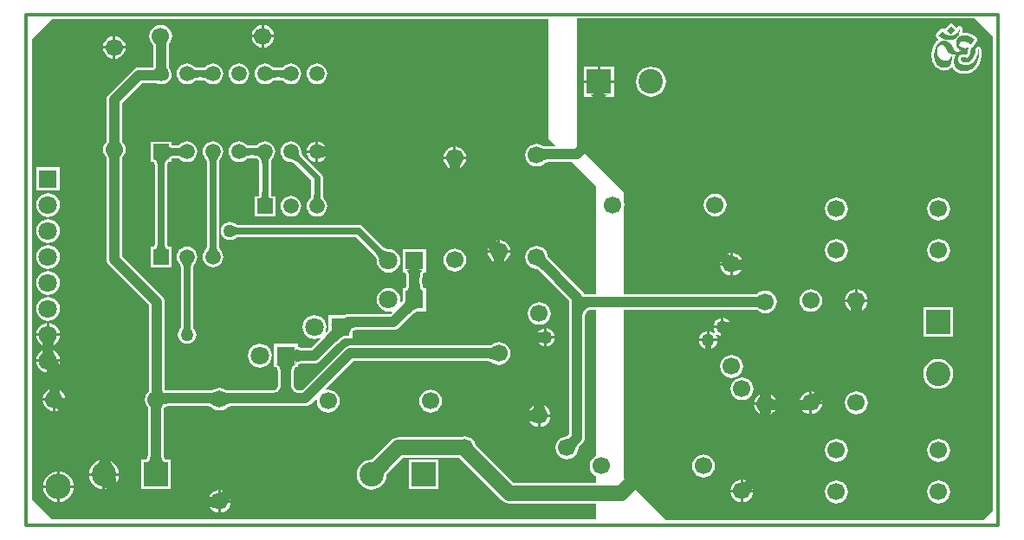
<source format=gbl>
G04 Layer_Physical_Order=2*
G04 Layer_Color=13278208*
%FSLAX44Y44*%
%MOMM*%
G71*
G01*
G75*
%ADD12C,1.5000*%
%ADD13C,1.0000*%
%ADD14C,0.7000*%
%ADD15C,0.6000*%
%ADD17C,0.3000*%
%ADD18C,2.5000*%
%ADD19R,2.4000X2.4000*%
%ADD20C,2.4000*%
%ADD21C,1.8000*%
%ADD22R,1.8000X1.8000*%
%ADD23R,1.8000X1.8000*%
%ADD24C,1.5000*%
%ADD25R,1.5000X1.5000*%
%ADD26C,1.5000*%
%ADD27R,1.5000X1.5000*%
%ADD28R,2.4000X2.4000*%
%ADD29C,1.7000*%
%ADD30C,1.2700*%
G36*
X522060Y175810D02*
X520160Y175710D01*
X518460Y175410D01*
X516960Y174910D01*
X515660Y174210D01*
X514560Y173310D01*
X513660Y172210D01*
X512960Y170910D01*
X512460Y169410D01*
X512160Y167710D01*
X512060Y165810D01*
X502060Y180810D01*
X507060D01*
X522060Y175810D01*
D02*
G37*
G36*
X913130Y440690D02*
Y-24130D01*
X904240Y-33020D01*
X594360D01*
X552450Y8890D01*
Y173205D01*
X679615D01*
X680609Y173184D01*
X681965Y173081D01*
X682452Y173015D01*
X682846Y172941D01*
X683081Y172879D01*
X685312Y171167D01*
X687998Y170054D01*
X690880Y169675D01*
X693762Y170054D01*
X696448Y171167D01*
X698754Y172936D01*
X700523Y175242D01*
X701636Y177928D01*
X702015Y180810D01*
X701636Y183692D01*
X700523Y186378D01*
X698754Y188684D01*
X696448Y190453D01*
X693762Y191566D01*
X690880Y191945D01*
X687998Y191566D01*
X685312Y190453D01*
X683081Y188741D01*
X682846Y188679D01*
X682527Y188619D01*
X679839Y188415D01*
X552450D01*
Y272404D01*
X552576Y272708D01*
X552955Y275590D01*
X552576Y278472D01*
X552450Y278776D01*
Y288290D01*
X506730Y334010D01*
Y458470D01*
X895350D01*
X913130Y440690D01*
D02*
G37*
G36*
X478790Y340360D02*
X485252Y333898D01*
X484766Y332725D01*
X478061D01*
X476184Y332770D01*
X475001Y332868D01*
X474604Y332925D01*
X474313Y332982D01*
X474185Y333018D01*
X474138Y333036D01*
X474134Y333037D01*
X472928Y333963D01*
X470242Y335076D01*
X467360Y335455D01*
X464478Y335076D01*
X461792Y333963D01*
X459486Y332194D01*
X457717Y329888D01*
X456604Y327202D01*
X456225Y324320D01*
X456604Y321438D01*
X457717Y318752D01*
X459486Y316446D01*
X461792Y314677D01*
X464478Y313564D01*
X467360Y313185D01*
X470242Y313564D01*
X472928Y314677D01*
X475234Y316446D01*
X475716Y317075D01*
X475761Y317104D01*
X475774Y317116D01*
X475810Y317132D01*
X476041Y317206D01*
X476405Y317290D01*
X476836Y317361D01*
X478942Y317515D01*
X501635D01*
X525780Y293370D01*
X525780Y188415D01*
X513844D01*
X513646Y188892D01*
X512438Y190468D01*
X480503Y222402D01*
X479574Y223411D01*
X478827Y224326D01*
X478605Y224640D01*
X478456Y224881D01*
X478416Y224960D01*
X478415Y224965D01*
X478407Y224987D01*
X478116Y227202D01*
X477003Y229888D01*
X475234Y232194D01*
X472928Y233963D01*
X470242Y235076D01*
X467360Y235455D01*
X464478Y235076D01*
X461792Y233963D01*
X459486Y232194D01*
X457717Y229888D01*
X456604Y227202D01*
X456225Y224320D01*
X456604Y221438D01*
X457717Y218752D01*
X459486Y216446D01*
X461792Y214677D01*
X464478Y213564D01*
X467360Y213185D01*
X467660Y213224D01*
X467669Y213220D01*
X467898Y213094D01*
X468224Y212880D01*
X468591Y212608D01*
X470181Y211214D01*
X499455Y181940D01*
Y180810D01*
Y51277D01*
X498911Y50755D01*
X497879Y49868D01*
X497488Y49571D01*
X497156Y49345D01*
X496947Y49223D01*
X494158Y48856D01*
X491472Y47743D01*
X489166Y45974D01*
X487397Y43668D01*
X486284Y40982D01*
X485905Y38100D01*
X486284Y35218D01*
X487397Y32532D01*
X489166Y30226D01*
X491472Y28457D01*
X494158Y27344D01*
X497040Y26965D01*
X499922Y27344D01*
X502608Y28457D01*
X504914Y30226D01*
X506683Y32532D01*
X507796Y35218D01*
X508163Y38007D01*
X508285Y38216D01*
X508468Y38484D01*
X510225Y40530D01*
X512438Y42742D01*
X513646Y44317D01*
X513961Y45077D01*
X514406Y46152D01*
X514665Y48120D01*
Y166033D01*
X514738Y167416D01*
X514977Y168772D01*
X515346Y169879D01*
X515822Y170763D01*
X516400Y171470D01*
X517107Y172048D01*
X517991Y172524D01*
X519098Y172893D01*
X520454Y173132D01*
X521837Y173205D01*
X525780D01*
X525780Y30360D01*
X524822Y29963D01*
X522516Y28194D01*
X520747Y25888D01*
X519634Y23202D01*
X519255Y20320D01*
X519634Y17438D01*
X520747Y14752D01*
X522516Y12446D01*
X524822Y10677D01*
X525780Y10280D01*
Y3777D01*
X444885D01*
X407813Y40848D01*
X407796Y40982D01*
X406683Y43668D01*
X404914Y45974D01*
X402608Y47743D01*
X399922Y48856D01*
X397040Y49235D01*
X394158Y48856D01*
X392639Y48227D01*
X332270D01*
X332270Y48227D01*
X329649Y47882D01*
X327207Y46870D01*
X325109Y45261D01*
X325109Y45261D01*
X309450Y29601D01*
X308064Y28274D01*
X306764Y27163D01*
X306287Y26798D01*
X305917Y26547D01*
X305913Y26545D01*
X302274Y26066D01*
X298737Y24601D01*
X295700Y22270D01*
X293369Y19233D01*
X291904Y15696D01*
X291404Y11900D01*
X291904Y8104D01*
X293369Y4567D01*
X295700Y1530D01*
X298737Y-801D01*
X302274Y-2266D01*
X306070Y-2765D01*
X309866Y-2266D01*
X313403Y-801D01*
X316440Y1530D01*
X318771Y4567D01*
X320236Y8104D01*
X320715Y11743D01*
X320717Y11747D01*
X320918Y12042D01*
X323733Y15242D01*
X336465Y27973D01*
X392045D01*
X433529Y-13511D01*
X433529Y-13511D01*
X435627Y-15120D01*
X438069Y-16132D01*
X440690Y-16477D01*
X440690Y-16477D01*
X525780D01*
Y-31750D01*
X-6350Y-31750D01*
X-25400Y-12700D01*
Y438150D01*
X-13970Y449580D01*
X-6350Y457200D01*
X478790D01*
X478790Y340360D01*
D02*
G37*
G36*
X473050Y330683D02*
X473340Y330565D01*
X473714Y330461D01*
X474171Y330370D01*
X474712Y330294D01*
X476046Y330183D01*
X478674Y330120D01*
X479850Y320120D01*
X478899Y320108D01*
X476531Y319936D01*
X475902Y319832D01*
X475353Y319705D01*
X474885Y319555D01*
X474498Y319382D01*
X474190Y319187D01*
X473963Y318968D01*
X472843Y330815D01*
X473050Y330683D01*
D02*
G37*
G36*
X475899Y224297D02*
X476010Y223980D01*
X476192Y223618D01*
X476443Y223211D01*
X476765Y222757D01*
X477616Y221713D01*
X478747Y220486D01*
X479417Y219804D01*
X472689Y212390D01*
X472008Y213056D01*
X470219Y214625D01*
X469706Y215005D01*
X469236Y215313D01*
X468808Y215550D01*
X468423Y215715D01*
X468079Y215808D01*
X467777Y215830D01*
X475856Y224567D01*
X475899Y224297D01*
D02*
G37*
G36*
X323088Y18312D02*
X322132Y17343D01*
X318866Y13632D01*
X318516Y13116D01*
X318266Y12675D01*
X318117Y12310D01*
X318069Y12020D01*
X306190Y23899D01*
X306480Y23947D01*
X306845Y24096D01*
X307285Y24346D01*
X307802Y24696D01*
X308393Y25148D01*
X309802Y26353D01*
X312482Y28918D01*
X323088Y18312D01*
D02*
G37*
G36*
X684810Y174860D02*
X684583Y175040D01*
X684276Y175202D01*
X683887Y175345D01*
X683418Y175468D01*
X682868Y175572D01*
X682237Y175658D01*
X680733Y175772D01*
X678906Y175810D01*
Y185810D01*
X679860Y185819D01*
X682868Y186047D01*
X683418Y186152D01*
X683887Y186276D01*
X684276Y186418D01*
X684583Y186579D01*
X684810Y186760D01*
Y174860D01*
D02*
G37*
G36*
X509042Y43031D02*
X508374Y42350D01*
X506409Y40062D01*
X506094Y39599D01*
X505849Y39180D01*
X505675Y38805D01*
X505572Y38473D01*
X505540Y38185D01*
X497125Y46600D01*
X497413Y46632D01*
X497744Y46735D01*
X498120Y46909D01*
X498539Y47154D01*
X499002Y47469D01*
X499508Y47854D01*
X500652Y48837D01*
X501971Y50102D01*
X509042Y43031D01*
D02*
G37*
%LPC*%
G36*
X633730Y142240D02*
X626200D01*
X626339Y141189D01*
X627235Y139027D01*
X628660Y137170D01*
X630517Y135745D01*
X632679Y134849D01*
X633730Y134711D01*
Y142240D01*
D02*
G37*
G36*
X643800D02*
X636270D01*
Y134711D01*
X637321Y134849D01*
X639483Y135745D01*
X641340Y137170D01*
X642765Y139027D01*
X643661Y141189D01*
X643800Y142240D01*
D02*
G37*
G36*
X668020Y106855D02*
X665138Y106476D01*
X662452Y105363D01*
X660146Y103594D01*
X658377Y101288D01*
X657264Y98602D01*
X656885Y95720D01*
X657264Y92838D01*
X658377Y90152D01*
X660146Y87846D01*
X662452Y86077D01*
X665138Y84964D01*
X668020Y84585D01*
X670902Y84964D01*
X673588Y86077D01*
X675894Y87846D01*
X677663Y90152D01*
X678776Y92838D01*
X679155Y95720D01*
X678776Y98602D01*
X677663Y101288D01*
X675894Y103594D01*
X673588Y105363D01*
X670902Y106476D01*
X668020Y106855D01*
D02*
G37*
G36*
X695979Y90647D02*
X696117Y88822D01*
X696222Y88272D01*
X696346Y87803D01*
X696488Y87414D01*
X696649Y87107D01*
X696830Y86880D01*
X692150D01*
Y82080D01*
X697097D01*
X697483Y86162D01*
X697710Y85943D01*
X698018Y85747D01*
X698405Y85575D01*
X698873Y85425D01*
X699422Y85298D01*
X700051Y85194D01*
X701052Y85102D01*
X700523Y86378D01*
X698754Y88684D01*
X696448Y90453D01*
X695979Y90647D01*
D02*
G37*
G36*
X746097Y84879D02*
X744749Y83354D01*
X744746Y83350D01*
X746298D01*
X746097Y84879D01*
D02*
G37*
G36*
X734060Y93048D02*
X732448Y92836D01*
X729762Y91723D01*
X727456Y89954D01*
X725687Y87648D01*
X724652Y85150D01*
X725544Y85228D01*
X726159Y85351D01*
X726692Y85500D01*
X727142Y85678D01*
X727509Y85882D01*
X727793Y86114D01*
X727993Y86373D01*
X728753Y83350D01*
X734060D01*
Y93048D01*
D02*
G37*
G36*
X736600Y89847D02*
Y83350D01*
X742284D01*
X736600Y89847D01*
D02*
G37*
G36*
X859790Y125155D02*
X855994Y124656D01*
X852457Y123191D01*
X849420Y120860D01*
X847089Y117823D01*
X845624Y114286D01*
X845125Y110490D01*
X845624Y106694D01*
X847089Y103157D01*
X849420Y100120D01*
X852457Y97789D01*
X855994Y96324D01*
X859790Y95824D01*
X863586Y96324D01*
X867123Y97789D01*
X870160Y100120D01*
X872491Y103157D01*
X873956Y106694D01*
X874455Y110490D01*
X873956Y114286D01*
X872491Y117823D01*
X870160Y120860D01*
X867123Y123191D01*
X863586Y124656D01*
X859790Y125155D01*
D02*
G37*
G36*
X657860Y128775D02*
X654978Y128396D01*
X652292Y127283D01*
X649986Y125514D01*
X648217Y123208D01*
X647104Y120522D01*
X646725Y117640D01*
X647104Y114758D01*
X648217Y112072D01*
X649986Y109766D01*
X652292Y107997D01*
X654978Y106884D01*
X657860Y106505D01*
X660742Y106884D01*
X663428Y107997D01*
X665734Y109766D01*
X667503Y112072D01*
X668616Y114758D01*
X668995Y117640D01*
X668616Y120522D01*
X667503Y123208D01*
X665734Y125514D01*
X663428Y127283D01*
X660742Y128396D01*
X657860Y128775D01*
D02*
G37*
G36*
X736600Y93048D02*
Y90646D01*
X736640Y90655D01*
X737032Y90814D01*
X737465Y91045D01*
X737939Y91348D01*
X738454Y91724D01*
X739262Y92401D01*
X738212Y92836D01*
X736600Y93048D01*
D02*
G37*
G36*
X650240Y165009D02*
Y157480D01*
X657769D01*
X657631Y158531D01*
X656735Y160693D01*
X655310Y162550D01*
X653453Y163975D01*
X651291Y164871D01*
X650240Y165009D01*
D02*
G37*
G36*
X647700D02*
X646649Y164871D01*
X644487Y163975D01*
X642630Y162550D01*
X641205Y160693D01*
X640309Y158531D01*
X640171Y157480D01*
X647700D01*
Y165009D01*
D02*
G37*
G36*
Y154940D02*
X640171D01*
X640309Y153889D01*
X641205Y151727D01*
X641524Y151310D01*
X640618Y150405D01*
X639483Y151275D01*
X637321Y152171D01*
X636270Y152310D01*
Y144780D01*
X643800D01*
X643661Y145831D01*
X642765Y147993D01*
X642446Y148410D01*
X643352Y149316D01*
X644487Y148445D01*
X646649Y147549D01*
X647700Y147410D01*
Y154940D01*
D02*
G37*
G36*
X778510Y180810D02*
X768812D01*
X769024Y179198D01*
X770137Y176512D01*
X771906Y174206D01*
X774212Y172437D01*
X774681Y172243D01*
X774542Y174068D01*
X774438Y174618D01*
X774314Y175087D01*
X774172Y175476D01*
X774010Y175783D01*
X773830Y176010D01*
X778510D01*
Y180810D01*
D02*
G37*
G36*
Y193048D02*
X776898Y192836D01*
X774212Y191723D01*
X771906Y189954D01*
X770137Y187648D01*
X769024Y184962D01*
X768812Y183350D01*
X778510D01*
Y193048D01*
D02*
G37*
G36*
X790748Y180810D02*
X781050D01*
Y176010D01*
X785730D01*
X785549Y175783D01*
X785388Y175476D01*
X785246Y175087D01*
X785122Y174618D01*
X785017Y174068D01*
X784932Y173438D01*
X784840Y172226D01*
X785348Y172437D01*
X787654Y174206D01*
X789423Y176512D01*
X790536Y179198D01*
X790748Y180810D01*
D02*
G37*
G36*
X735330Y193215D02*
X732448Y192836D01*
X729762Y191723D01*
X727456Y189954D01*
X725687Y187648D01*
X724574Y184962D01*
X724195Y182080D01*
X724574Y179198D01*
X725687Y176512D01*
X727456Y174206D01*
X729762Y172437D01*
X732448Y171324D01*
X735330Y170945D01*
X738212Y171324D01*
X740898Y172437D01*
X743204Y174206D01*
X744973Y176512D01*
X746086Y179198D01*
X746465Y182080D01*
X746086Y184962D01*
X744973Y187648D01*
X743204Y189954D01*
X740898Y191723D01*
X738212Y192836D01*
X735330Y193215D01*
D02*
G37*
G36*
X633730Y152310D02*
X632679Y152171D01*
X630517Y151275D01*
X628660Y149850D01*
X627235Y147993D01*
X626339Y145831D01*
X626200Y144780D01*
X633730D01*
Y152310D01*
D02*
G37*
G36*
X657769Y154940D02*
X650240D01*
Y147410D01*
X651291Y147549D01*
X653453Y148445D01*
X655310Y149870D01*
X656735Y151727D01*
X657631Y153889D01*
X657769Y154940D01*
D02*
G37*
G36*
X874330Y175830D02*
X845250D01*
Y146750D01*
X874330D01*
Y175830D01*
D02*
G37*
G36*
X678787Y-1481D02*
X677439Y-3006D01*
X677436Y-3010D01*
X678988D01*
X678787Y-1481D01*
D02*
G37*
G36*
X669290Y3487D02*
Y-3010D01*
X674975D01*
X669290Y3487D01*
D02*
G37*
G36*
X666750Y6688D02*
X665138Y6476D01*
X662452Y5363D01*
X660146Y3594D01*
X658377Y1288D01*
X657264Y-1398D01*
X657052Y-3010D01*
X666750D01*
Y6688D01*
D02*
G37*
G36*
X669290D02*
Y4286D01*
X669330Y4295D01*
X669722Y4454D01*
X670155Y4685D01*
X670629Y4988D01*
X671144Y5364D01*
X671952Y6041D01*
X670902Y6476D01*
X669290Y6688D01*
D02*
G37*
G36*
X860260Y6055D02*
X857378Y5676D01*
X854692Y4563D01*
X852386Y2794D01*
X850617Y488D01*
X849504Y-2198D01*
X849125Y-5080D01*
X849504Y-7962D01*
X850617Y-10648D01*
X852386Y-12954D01*
X854692Y-14723D01*
X857378Y-15836D01*
X860260Y-16215D01*
X863142Y-15836D01*
X865828Y-14723D01*
X868134Y-12954D01*
X869903Y-10648D01*
X871016Y-7962D01*
X871395Y-5080D01*
X871016Y-2198D01*
X869903Y488D01*
X868134Y2794D01*
X865828Y4563D01*
X863142Y5676D01*
X860260Y6055D01*
D02*
G37*
G36*
X666750Y-5550D02*
X657052D01*
X657264Y-7162D01*
X658377Y-9848D01*
X660146Y-12154D01*
X662452Y-13923D01*
X665138Y-15036D01*
X666750Y-15248D01*
Y-5550D01*
D02*
G37*
G36*
X760260Y6055D02*
X757378Y5676D01*
X754692Y4563D01*
X752386Y2794D01*
X750617Y488D01*
X749504Y-2198D01*
X749125Y-5080D01*
X749504Y-7962D01*
X750617Y-10648D01*
X752386Y-12954D01*
X754692Y-14723D01*
X757378Y-15836D01*
X760260Y-16215D01*
X763142Y-15836D01*
X765828Y-14723D01*
X768134Y-12954D01*
X769903Y-10648D01*
X771016Y-7962D01*
X771395Y-5080D01*
X771016Y-2198D01*
X769903Y488D01*
X768134Y2794D01*
X765828Y4563D01*
X763142Y5676D01*
X760260Y6055D01*
D02*
G37*
G36*
X678988Y-5550D02*
X669290D01*
Y-15248D01*
X670902Y-15036D01*
X673588Y-13923D01*
X675894Y-12154D01*
X677663Y-9848D01*
X678776Y-7162D01*
X678988Y-5550D01*
D02*
G37*
G36*
X746298Y80810D02*
X736600D01*
Y71112D01*
X738212Y71324D01*
X740898Y72437D01*
X743204Y74206D01*
X744973Y76512D01*
X746086Y79198D01*
X746298Y80810D01*
D02*
G37*
G36*
X700290Y74938D02*
X697691Y74760D01*
X697234Y74669D01*
X696860Y74565D01*
X696627Y74471D01*
X696488Y74206D01*
X696346Y73817D01*
X696222Y73348D01*
X696117Y72798D01*
X696032Y72168D01*
X695940Y70956D01*
X696448Y71167D01*
X698754Y72936D01*
X700290Y74938D01*
D02*
G37*
G36*
X689610Y79540D02*
X679912D01*
X680124Y77928D01*
X681237Y75242D01*
X683006Y72936D01*
X685312Y71167D01*
X685781Y70972D01*
X685642Y72798D01*
X685538Y73348D01*
X685415Y73817D01*
X685272Y74206D01*
X685110Y74513D01*
X684930Y74740D01*
X689610D01*
Y79540D01*
D02*
G37*
G36*
X685820Y90664D02*
X685312Y90453D01*
X683006Y88684D01*
X681237Y86378D01*
X680124Y83692D01*
X679912Y82080D01*
X689610D01*
Y86880D01*
X684930D01*
X685110Y87107D01*
X685272Y87414D01*
X685415Y87803D01*
X685538Y88272D01*
X685642Y88822D01*
X685728Y89452D01*
X685820Y90664D01*
D02*
G37*
G36*
X734060Y80810D02*
X729390D01*
X730891Y74831D01*
X730785Y74865D01*
X730583Y74895D01*
X730284Y74922D01*
X728132Y74994D01*
X726846Y75002D01*
X727456Y74206D01*
X729762Y72437D01*
X732448Y71324D01*
X734060Y71112D01*
Y80810D01*
D02*
G37*
G36*
X696857Y79540D02*
X692150D01*
Y74740D01*
X696403D01*
X696857Y79540D01*
D02*
G37*
G36*
X779780Y93215D02*
X776898Y92836D01*
X774212Y91723D01*
X771906Y89954D01*
X770137Y87648D01*
X769024Y84962D01*
X768645Y82080D01*
X769024Y79198D01*
X770137Y76512D01*
X771906Y74206D01*
X774212Y72437D01*
X776898Y71324D01*
X779780Y70945D01*
X782662Y71324D01*
X785348Y72437D01*
X787654Y74206D01*
X789423Y76512D01*
X790536Y79198D01*
X790915Y82080D01*
X790536Y84962D01*
X789423Y87648D01*
X787654Y89954D01*
X785348Y91723D01*
X782662Y92836D01*
X779780Y93215D01*
D02*
G37*
G36*
X760260Y46695D02*
X757378Y46316D01*
X754692Y45203D01*
X752386Y43434D01*
X750617Y41128D01*
X749504Y38442D01*
X749125Y35560D01*
X749504Y32678D01*
X750617Y29992D01*
X752386Y27686D01*
X754692Y25917D01*
X757378Y24804D01*
X760260Y24425D01*
X763142Y24804D01*
X765828Y25917D01*
X768134Y27686D01*
X769903Y29992D01*
X771016Y32678D01*
X771395Y35560D01*
X771016Y38442D01*
X769903Y41128D01*
X768134Y43434D01*
X765828Y45203D01*
X763142Y46316D01*
X760260Y46695D01*
D02*
G37*
G36*
X630390Y31455D02*
X627508Y31076D01*
X624822Y29963D01*
X622516Y28194D01*
X620747Y25888D01*
X619634Y23202D01*
X619255Y20320D01*
X619634Y17438D01*
X620747Y14752D01*
X622516Y12446D01*
X624822Y10677D01*
X627508Y9564D01*
X630390Y9185D01*
X633272Y9564D01*
X635958Y10677D01*
X638264Y12446D01*
X640033Y14752D01*
X641146Y17438D01*
X641525Y20320D01*
X641146Y23202D01*
X640033Y25888D01*
X638264Y28194D01*
X635958Y29963D01*
X633272Y31076D01*
X630390Y31455D01*
D02*
G37*
G36*
X860260Y46695D02*
X857378Y46316D01*
X854692Y45203D01*
X852386Y43434D01*
X850617Y41128D01*
X849504Y38442D01*
X849125Y35560D01*
X849504Y32678D01*
X850617Y29992D01*
X852386Y27686D01*
X854692Y25917D01*
X857378Y24804D01*
X860260Y24425D01*
X863142Y24804D01*
X865828Y25917D01*
X868134Y27686D01*
X869903Y29992D01*
X871016Y32678D01*
X871395Y35560D01*
X871016Y38442D01*
X869903Y41128D01*
X868134Y43434D01*
X865828Y45203D01*
X863142Y46316D01*
X860260Y46695D01*
D02*
G37*
G36*
X641820Y286725D02*
X638938Y286346D01*
X636252Y285233D01*
X633946Y283464D01*
X632177Y281158D01*
X631064Y278472D01*
X630685Y275590D01*
X631064Y272708D01*
X632177Y270022D01*
X633946Y267716D01*
X636252Y265947D01*
X638938Y264834D01*
X641820Y264455D01*
X644702Y264834D01*
X647388Y265947D01*
X649694Y267716D01*
X651463Y270022D01*
X652576Y272708D01*
X652955Y275590D01*
X652576Y278472D01*
X651463Y281158D01*
X649694Y283464D01*
X647388Y285233D01*
X644702Y286346D01*
X641820Y286725D01*
D02*
G37*
G36*
X542860Y410780D02*
X529590D01*
Y397510D01*
X542860D01*
Y410780D01*
D02*
G37*
G36*
X760260Y282915D02*
X757378Y282536D01*
X754692Y281423D01*
X752386Y279654D01*
X750617Y277348D01*
X749504Y274662D01*
X749125Y271780D01*
X749504Y268898D01*
X750617Y266212D01*
X752386Y263906D01*
X754692Y262137D01*
X757378Y261024D01*
X760260Y260645D01*
X763142Y261024D01*
X765828Y262137D01*
X768134Y263906D01*
X769903Y266212D01*
X771016Y268898D01*
X771395Y271780D01*
X771016Y274662D01*
X769903Y277348D01*
X768134Y279654D01*
X765828Y281423D01*
X763142Y282536D01*
X760260Y282915D01*
D02*
G37*
G36*
X860260D02*
X857378Y282536D01*
X854692Y281423D01*
X852386Y279654D01*
X850617Y277348D01*
X849504Y274662D01*
X849125Y271780D01*
X849504Y268898D01*
X850617Y266212D01*
X852386Y263906D01*
X854692Y262137D01*
X857378Y261024D01*
X860260Y260645D01*
X863142Y261024D01*
X865828Y262137D01*
X868134Y263906D01*
X869903Y266212D01*
X871016Y268898D01*
X871395Y271780D01*
X871016Y274662D01*
X869903Y277348D01*
X868134Y279654D01*
X865828Y281423D01*
X863142Y282536D01*
X860260Y282915D01*
D02*
G37*
G36*
X542860Y394970D02*
X529590D01*
Y384271D01*
X538320D01*
X537370Y384170D01*
X536520Y383871D01*
X535770Y383371D01*
X535120Y382671D01*
X534570Y381771D01*
X534541Y381700D01*
X542860D01*
Y394970D01*
D02*
G37*
G36*
X527050D02*
X513780D01*
Y381700D01*
X522099D01*
X522070Y381771D01*
X521520Y382671D01*
X520870Y383371D01*
X520120Y383871D01*
X519270Y384170D01*
X518320Y384271D01*
X527050D01*
Y394970D01*
D02*
G37*
G36*
X579120Y410905D02*
X575324Y410406D01*
X571787Y408941D01*
X568750Y406610D01*
X566419Y403573D01*
X564954Y400036D01*
X564454Y396240D01*
X564954Y392444D01*
X566419Y388907D01*
X568750Y385870D01*
X571787Y383539D01*
X575324Y382074D01*
X579120Y381575D01*
X582916Y382074D01*
X586453Y383539D01*
X589490Y385870D01*
X591821Y388907D01*
X593286Y392444D01*
X593786Y396240D01*
X593286Y400036D01*
X591821Y403573D01*
X589490Y406610D01*
X586453Y408941D01*
X582916Y410406D01*
X579120Y410905D01*
D02*
G37*
G36*
X527050Y410780D02*
X513780D01*
Y397510D01*
X527050D01*
Y410780D01*
D02*
G37*
G36*
X656590Y216370D02*
X646892D01*
X647104Y214758D01*
X648217Y212072D01*
X649986Y209766D01*
X652292Y207997D01*
X654978Y206884D01*
X656590Y206672D01*
Y216370D01*
D02*
G37*
G36*
X663869D02*
X659130D01*
Y206672D01*
X660742Y206884D01*
X663428Y207997D01*
X665734Y209766D01*
X667503Y212072D01*
X667514Y212098D01*
X665502Y211968D01*
X664956Y211880D01*
X664492Y211775D01*
X664109Y211654D01*
X663810Y211517D01*
X663592Y211364D01*
X663869Y216370D01*
D02*
G37*
G36*
X860260Y242275D02*
X857378Y241896D01*
X854692Y240783D01*
X852386Y239014D01*
X850617Y236708D01*
X849504Y234022D01*
X849125Y231140D01*
X849504Y228258D01*
X850617Y225572D01*
X852386Y223266D01*
X854692Y221497D01*
X857378Y220384D01*
X860260Y220005D01*
X863142Y220384D01*
X865828Y221497D01*
X868134Y223266D01*
X869903Y225572D01*
X871016Y228258D01*
X871395Y231140D01*
X871016Y234022D01*
X869903Y236708D01*
X868134Y239014D01*
X865828Y240783D01*
X863142Y241896D01*
X860260Y242275D01*
D02*
G37*
G36*
X760260D02*
X757378Y241896D01*
X754692Y240783D01*
X752386Y239014D01*
X750617Y236708D01*
X749504Y234022D01*
X749125Y231140D01*
X749504Y228258D01*
X750617Y225572D01*
X752386Y223266D01*
X754692Y221497D01*
X757378Y220384D01*
X760260Y220005D01*
X763142Y220384D01*
X765828Y221497D01*
X768134Y223266D01*
X769903Y225572D01*
X771016Y228258D01*
X771395Y231140D01*
X771016Y234022D01*
X769903Y236708D01*
X768134Y239014D01*
X765828Y240783D01*
X763142Y241896D01*
X760260Y242275D01*
D02*
G37*
G36*
X656590Y225208D02*
X650767Y218910D01*
X656590D01*
Y225208D01*
D02*
G37*
G36*
X647180Y220706D02*
X647104Y220522D01*
X646892Y218910D01*
X648663D01*
X648455Y219203D01*
X647604Y220247D01*
X647180Y220706D01*
D02*
G37*
G36*
X781050Y193048D02*
Y183350D01*
X790748D01*
X790536Y184962D01*
X789423Y187648D01*
X787654Y189954D01*
X785348Y191723D01*
X782662Y192836D01*
X781050Y193048D01*
D02*
G37*
G36*
X872590Y453180D02*
X872173Y453097D01*
X871752Y453041D01*
X871680Y452999D01*
X871599Y452983D01*
X871246Y452747D01*
X870878Y452533D01*
X870828Y452467D01*
X870759Y452421D01*
X866643Y448306D01*
X866598Y448264D01*
X866489Y448195D01*
X865908Y447968D01*
X864975Y448053D01*
X864926Y448092D01*
X864715Y448153D01*
X864521Y448259D01*
X864234Y448291D01*
X863955Y448371D01*
X863736Y448346D01*
X863517Y448370D01*
X863239Y448289D01*
X862951Y448257D01*
X862758Y448150D01*
X862547Y448088D01*
X862320Y447907D01*
X862067Y447767D01*
X861930Y447595D01*
X861758Y447457D01*
X858058Y443057D01*
X857841Y442662D01*
X857607Y442276D01*
X857598Y442221D01*
X857571Y442171D01*
X857521Y441723D01*
X857453Y441278D01*
X857466Y441223D01*
X857460Y441167D01*
X857586Y440734D01*
X857693Y440296D01*
X857726Y440251D01*
X857742Y440197D01*
X858023Y439845D01*
X858290Y439481D01*
X858890Y438931D01*
X858961Y438888D01*
X859014Y438824D01*
X859570Y438376D01*
X859695Y438035D01*
X859665Y437134D01*
X859497Y436803D01*
X859292Y436658D01*
X859261Y436626D01*
X859221Y436607D01*
X858919Y436378D01*
X858883Y436337D01*
X858835Y436312D01*
X858542Y436071D01*
X858501Y436021D01*
X858445Y435987D01*
X858165Y435732D01*
X858124Y435676D01*
X858066Y435637D01*
X857800Y435368D01*
X857763Y435312D01*
X857710Y435271D01*
X857406Y434931D01*
X857378Y434883D01*
X857334Y434847D01*
X857094Y434552D01*
X857073Y434512D01*
X857039Y434482D01*
X856762Y434119D01*
X856743Y434081D01*
X856712Y434052D01*
X856404Y433618D01*
X856379Y433564D01*
X856339Y433522D01*
X855927Y432885D01*
X855905Y432831D01*
X855867Y432789D01*
X855676Y432462D01*
X855657Y432409D01*
X855623Y432367D01*
X855338Y431831D01*
X855321Y431775D01*
X855286Y431727D01*
X855090Y431316D01*
X855079Y431270D01*
X855052Y431231D01*
X854871Y430812D01*
X854861Y430765D01*
X854835Y430725D01*
X854642Y430229D01*
X854635Y430185D01*
X854612Y430146D01*
X854461Y429715D01*
X854455Y429671D01*
X854433Y429632D01*
X854252Y429051D01*
X854248Y429015D01*
X854232Y428983D01*
X854149Y428691D01*
X854148Y428667D01*
X854137Y428647D01*
X854060Y428353D01*
X854058Y428325D01*
X854047Y428300D01*
X853940Y427857D01*
X853939Y427820D01*
X853924Y427786D01*
X853799Y427192D01*
X853798Y427160D01*
X853786Y427130D01*
X853717Y426756D01*
X853717Y426730D01*
X853708Y426706D01*
X853634Y426256D01*
X853634Y426234D01*
X853627Y426213D01*
X853582Y425912D01*
X853583Y425896D01*
X853578Y425880D01*
X853537Y425578D01*
X853538Y425562D01*
X853533Y425546D01*
X853496Y425244D01*
X853497Y425227D01*
X853492Y425211D01*
X853451Y424832D01*
X853452Y424813D01*
X853447Y424793D01*
X853404Y424338D01*
X853407Y424312D01*
X853400Y424287D01*
X853355Y423679D01*
X853358Y423651D01*
X853351Y423624D01*
X853327Y423168D01*
X853331Y423142D01*
X853325Y423117D01*
X853310Y422660D01*
X853315Y422633D01*
X853309Y422606D01*
X853304Y422150D01*
X853308Y422126D01*
X853303Y422102D01*
X853306Y421798D01*
X853309Y421779D01*
X853306Y421759D01*
X853313Y421455D01*
X853318Y421429D01*
X853314Y421403D01*
X853334Y420948D01*
X853341Y420916D01*
X853337Y420883D01*
X853368Y420429D01*
X853378Y420390D01*
X853374Y420349D01*
X853434Y419745D01*
X853446Y419704D01*
X853443Y419661D01*
X853502Y419210D01*
X853515Y419173D01*
X853513Y419134D01*
X853586Y418685D01*
X853600Y418647D01*
X853600Y418607D01*
X853686Y418159D01*
X853702Y418120D01*
X853703Y418078D01*
X853803Y417634D01*
X853821Y417593D01*
X853824Y417550D01*
X853939Y417108D01*
X853959Y417067D01*
X853963Y417022D01*
X854094Y416585D01*
X854118Y416539D01*
X854125Y416488D01*
X854297Y415984D01*
X854324Y415938D01*
X854333Y415885D01*
X854499Y415459D01*
X854523Y415420D01*
X854533Y415376D01*
X854683Y415025D01*
X854707Y414990D01*
X854717Y414949D01*
X854879Y414604D01*
X854901Y414573D01*
X854911Y414536D01*
X855049Y414264D01*
X855070Y414236D01*
X855080Y414203D01*
X855224Y413935D01*
X855255Y413897D01*
X855271Y413852D01*
X855540Y413391D01*
X855579Y413348D01*
X855600Y413294D01*
X855848Y412910D01*
X855896Y412860D01*
X855924Y412798D01*
X856326Y412242D01*
X856367Y412204D01*
X856392Y412154D01*
X856534Y411974D01*
X856578Y411937D01*
X856606Y411887D01*
X857054Y411368D01*
X857106Y411327D01*
X857142Y411271D01*
X857405Y410995D01*
X857470Y410950D01*
X857516Y410886D01*
X858187Y410263D01*
X858261Y410217D01*
X858317Y410150D01*
X858732Y409813D01*
X858796Y409779D01*
X858846Y409726D01*
X859404Y409322D01*
X859546Y409257D01*
X859665Y409156D01*
X861407Y408189D01*
X861545Y408144D01*
X861665Y408064D01*
X862090Y407886D01*
X862150Y407874D01*
X862202Y407842D01*
X862634Y407684D01*
X862695Y407675D01*
X862748Y407645D01*
X863113Y407531D01*
X863167Y407525D01*
X863215Y407501D01*
X863510Y407422D01*
X863574Y407418D01*
X863633Y407392D01*
X864080Y407295D01*
X864170Y407294D01*
X864255Y407263D01*
X864781Y407187D01*
X864879Y407192D01*
X864974Y407166D01*
X865428Y407134D01*
X865515Y407145D01*
X865602Y407128D01*
X865982Y407127D01*
X866097Y407150D01*
X866214Y407137D01*
X866973Y407203D01*
X867089Y407237D01*
X867210Y407235D01*
X867662Y407317D01*
X867737Y407347D01*
X867818Y407350D01*
X868191Y407442D01*
X868287Y407487D01*
X868393Y407500D01*
X869124Y407745D01*
X869215Y407797D01*
X869317Y407818D01*
X869673Y407969D01*
X869684Y407976D01*
X869696Y407979D01*
X870126Y408166D01*
X870294Y408283D01*
X870484Y408358D01*
X871007Y408692D01*
X871095Y408776D01*
X871204Y408831D01*
X872243Y409639D01*
X872349Y409763D01*
X872485Y409853D01*
X872575Y409944D01*
X872961Y410047D01*
X872989Y410048D01*
X873721Y409933D01*
X874088Y409699D01*
X874177Y409520D01*
X874244Y409434D01*
X874281Y409332D01*
X874523Y408935D01*
X874593Y408858D01*
X874636Y408764D01*
X874907Y408388D01*
X875004Y408298D01*
X875071Y408184D01*
X875516Y407683D01*
X875603Y407617D01*
X875666Y407528D01*
X875929Y407277D01*
X875993Y407236D01*
X876040Y407177D01*
X876400Y406872D01*
X876451Y406843D01*
X876490Y406799D01*
X876699Y406638D01*
X876739Y406617D01*
X876770Y406584D01*
X877071Y406368D01*
X877111Y406350D01*
X877142Y406319D01*
X877407Y406141D01*
X877440Y406127D01*
X877466Y406103D01*
X877736Y405932D01*
X877768Y405920D01*
X877793Y405897D01*
X878114Y405706D01*
X878145Y405695D01*
X878171Y405673D01*
X878543Y405464D01*
X878570Y405455D01*
X878593Y405437D01*
X878874Y405286D01*
X878903Y405277D01*
X878926Y405259D01*
X879257Y405092D01*
X879296Y405081D01*
X879328Y405057D01*
X879759Y404855D01*
X879816Y404841D01*
X879865Y404809D01*
X880447Y404567D01*
X880519Y404553D01*
X880581Y404516D01*
X881124Y404325D01*
X881193Y404315D01*
X881256Y404283D01*
X881705Y404151D01*
X881763Y404146D01*
X881815Y404122D01*
X882118Y404048D01*
X882184Y404045D01*
X882245Y404020D01*
X882754Y403922D01*
X882834Y403923D01*
X882911Y403897D01*
X883374Y403837D01*
X883445Y403842D01*
X883513Y403823D01*
X883980Y403787D01*
X884037Y403794D01*
X884093Y403782D01*
X884458Y403770D01*
X884524Y403781D01*
X884590Y403769D01*
X885325Y403783D01*
X885404Y403801D01*
X885484Y403792D01*
X886326Y403860D01*
X886378Y403875D01*
X886431Y403871D01*
X886851Y403922D01*
X886889Y403934D01*
X886928Y403933D01*
X887607Y404037D01*
X887658Y404055D01*
X887712Y404055D01*
X888540Y404217D01*
X888589Y404237D01*
X888642Y404239D01*
X889153Y404360D01*
X889188Y404377D01*
X889227Y404379D01*
X889632Y404488D01*
X889669Y404506D01*
X889710Y404510D01*
X890211Y404662D01*
X890257Y404687D01*
X890310Y404694D01*
X890902Y404900D01*
X890954Y404931D01*
X891014Y404942D01*
X891595Y405174D01*
X891672Y405225D01*
X891761Y405248D01*
X892793Y405747D01*
X892885Y405817D01*
X892994Y405856D01*
X893890Y406392D01*
X893969Y406463D01*
X894067Y406507D01*
X894877Y407086D01*
X894946Y407159D01*
X895034Y407208D01*
X895762Y407817D01*
X895821Y407890D01*
X895901Y407942D01*
X896548Y408569D01*
X896601Y408644D01*
X896674Y408699D01*
X897281Y409375D01*
X897322Y409444D01*
X897383Y409496D01*
X897819Y410045D01*
X897848Y410102D01*
X897894Y410145D01*
X898273Y410674D01*
X898293Y410718D01*
X898327Y410752D01*
X898568Y411116D01*
X898584Y411154D01*
X898612Y411184D01*
X898900Y411650D01*
X898918Y411699D01*
X898952Y411739D01*
X899332Y412409D01*
X899346Y412453D01*
X899374Y412488D01*
X899578Y412880D01*
X899589Y412918D01*
X899613Y412949D01*
X899902Y413548D01*
X899912Y413586D01*
X899935Y413619D01*
X900139Y414075D01*
X900148Y414117D01*
X900172Y414152D01*
X900487Y414925D01*
X900497Y414974D01*
X900523Y415018D01*
X900808Y415801D01*
X900814Y415844D01*
X900835Y415881D01*
X901042Y416513D01*
X901048Y416561D01*
X901070Y416604D01*
X901373Y417662D01*
X901377Y417701D01*
X901394Y417737D01*
X901488Y418107D01*
X901491Y418167D01*
X901514Y418222D01*
X901903Y420106D01*
X901903Y420176D01*
X901927Y420242D01*
X902043Y421009D01*
X902041Y421056D01*
X902056Y421101D01*
X902170Y422098D01*
X902166Y422149D01*
X902179Y422198D01*
X902241Y423016D01*
X902235Y423070D01*
X902247Y423123D01*
X902280Y424087D01*
X902270Y424147D01*
X902281Y424207D01*
X902273Y424873D01*
X902254Y424961D01*
X902265Y425050D01*
X902176Y426146D01*
X902153Y426228D01*
X902157Y426313D01*
X902042Y427094D01*
X902029Y427130D01*
X902030Y427168D01*
X901964Y427543D01*
X901956Y427564D01*
X901956Y427588D01*
X901850Y428132D01*
X901766Y428338D01*
X901729Y428557D01*
X901598Y428900D01*
X901480Y429090D01*
X901405Y429301D01*
X901214Y429514D01*
X901062Y429757D01*
X900880Y429887D01*
X900731Y430053D01*
X900472Y430177D01*
X900239Y430343D01*
X900021Y430393D01*
X899819Y430490D01*
X899534Y430505D01*
X899255Y430570D01*
X899034Y430532D01*
X898811Y430545D01*
X898540Y430450D01*
X898258Y430402D01*
X898068Y430283D01*
X897857Y430209D01*
X897644Y430018D01*
X897402Y429866D01*
X897272Y429684D01*
X897105Y429534D01*
X896981Y429276D01*
X896815Y429043D01*
X896765Y428825D01*
X896668Y428623D01*
X896537Y428110D01*
X896522Y427839D01*
X896459Y427574D01*
X896423Y426717D01*
X896341Y425991D01*
X896177Y425137D01*
X895984Y424412D01*
X895786Y423788D01*
X895441Y422830D01*
X895085Y421938D01*
X894979Y421689D01*
X894433Y420525D01*
X894075Y419853D01*
X893836Y419443D01*
X893472Y418866D01*
X893085Y418314D01*
X892788Y417929D01*
X892244Y417298D01*
X892083Y417129D01*
X891731Y416791D01*
X891368Y416480D01*
X891186Y416338D01*
X890928Y416155D01*
X890679Y415996D01*
X890353Y415813D01*
X890164Y415721D01*
X889878Y415598D01*
X889663Y415517D01*
X889361Y415419D01*
X889053Y415334D01*
X888733Y415261D01*
X888404Y415201D01*
X888066Y415152D01*
X887719Y415115D01*
X887409Y415093D01*
X887015Y415078D01*
X886662Y415077D01*
X886392Y415085D01*
X886127Y415100D01*
X885786Y415132D01*
X885544Y415164D01*
X885162Y415231D01*
X884672Y415349D01*
X884457Y415413D01*
X884193Y415504D01*
X883897Y415623D01*
X883684Y415721D01*
X883489Y415821D01*
X883186Y416001D01*
X882913Y416194D01*
X882784Y416300D01*
X882614Y416461D01*
X882490Y416600D01*
X882341Y416806D01*
X882155Y417153D01*
X882113Y417253D01*
X881992Y417638D01*
X881951Y417816D01*
X881915Y418020D01*
X881880Y418335D01*
X881870Y418665D01*
X881887Y418956D01*
X881932Y419227D01*
X882005Y419470D01*
X882063Y419594D01*
X882103Y419655D01*
X882241Y419804D01*
X882397Y419928D01*
X882752Y420139D01*
X883169Y420318D01*
X883583Y420444D01*
X884373Y420572D01*
X884575Y420582D01*
X884886Y420576D01*
X885612Y420488D01*
X885731Y420455D01*
X885785Y420421D01*
X885931Y420245D01*
X886148Y420131D01*
X886338Y419976D01*
X886591Y419899D01*
X886826Y419776D01*
X887070Y419753D01*
X887304Y419682D01*
X887568Y419708D01*
X887832Y419684D01*
X888066Y419757D01*
X888310Y419781D01*
X888544Y419906D01*
X888797Y419985D01*
X888985Y420142D01*
X889201Y420257D01*
X889370Y420462D01*
X889573Y420632D01*
X889687Y420849D01*
X889843Y421038D01*
X889920Y421292D01*
X890043Y421526D01*
X892271Y429075D01*
X892301Y429408D01*
X892342Y429589D01*
X892549Y429616D01*
X892824Y429602D01*
X893045Y429681D01*
X893277Y429712D01*
X893516Y429850D01*
X893776Y429943D01*
X893949Y430100D01*
X894152Y430217D01*
X894320Y430436D01*
X894524Y430621D01*
X894625Y430833D01*
X894767Y431019D01*
X897594Y436754D01*
X897642Y436932D01*
X897732Y437093D01*
X897771Y437416D01*
X897855Y437730D01*
X897831Y437913D01*
X897853Y438096D01*
X897766Y438409D01*
X897723Y438732D01*
X897631Y438892D01*
X897581Y439069D01*
X897380Y439325D01*
X897218Y439607D01*
X897071Y439719D01*
X896958Y439864D01*
X896405Y440338D01*
X896280Y440409D01*
X896179Y440512D01*
X895497Y440977D01*
X895470Y440989D01*
X895450Y441009D01*
X894816Y441422D01*
X894777Y441437D01*
X894746Y441465D01*
X894102Y441856D01*
X894041Y441878D01*
X893990Y441920D01*
X893130Y442385D01*
X893048Y442410D01*
X892978Y442461D01*
X892239Y442800D01*
X892161Y442818D01*
X892094Y442861D01*
X891456Y443108D01*
X891379Y443121D01*
X891310Y443159D01*
X890470Y443428D01*
X890403Y443436D01*
X890342Y443465D01*
X889771Y443616D01*
X889708Y443620D01*
X889652Y443644D01*
X888781Y443831D01*
X888717Y443832D01*
X888657Y443854D01*
X887872Y443982D01*
X887828Y443981D01*
X887785Y443995D01*
X887291Y444058D01*
X887256Y444056D01*
X887222Y444066D01*
X886626Y444127D01*
X886582Y444123D01*
X886539Y444134D01*
X885708Y444190D01*
X885651Y444183D01*
X885595Y444196D01*
X884930Y444211D01*
X884846Y444197D01*
X884763Y444210D01*
X884530Y444200D01*
X883621Y445043D01*
X883506Y445246D01*
X883468Y445402D01*
X883471Y445494D01*
X883530Y445790D01*
Y447340D01*
X883461Y447684D01*
X883435Y448033D01*
X883185Y448933D01*
X883094Y449114D01*
X883048Y449312D01*
X882868Y449561D01*
X882730Y449835D01*
X882576Y449968D01*
X882458Y450132D01*
X882197Y450294D01*
X881964Y450495D01*
X881772Y450558D01*
X881599Y450665D01*
X881296Y450714D01*
X881004Y450811D01*
X880802Y450796D01*
X880602Y450828D01*
X880303Y450758D01*
X879997Y450735D01*
X879816Y450644D01*
X879618Y450598D01*
X879369Y450419D01*
X879095Y450280D01*
X878962Y450126D01*
X878798Y450008D01*
X878636Y449747D01*
X878557Y449656D01*
X877964Y449423D01*
X877600Y449353D01*
X877113Y449374D01*
X874533Y452302D01*
X874467Y452352D01*
X874421Y452421D01*
X874068Y452657D01*
X873730Y452915D01*
X873650Y452937D01*
X873581Y452983D01*
X873164Y453065D01*
X872754Y453175D01*
X872671Y453164D01*
X872590Y453180D01*
D02*
G37*
G36*
X659130Y228608D02*
Y218910D01*
X664010D01*
X664250Y223245D01*
X664479Y223041D01*
X664788Y222858D01*
X665177Y222697D01*
X665647Y222557D01*
X666197Y222439D01*
X666827Y222342D01*
X667900Y222250D01*
X667503Y223208D01*
X665734Y225514D01*
X663428Y227283D01*
X660742Y228396D01*
X659130Y228608D01*
D02*
G37*
G36*
X656590D02*
X654978Y228396D01*
X654172Y228062D01*
X655001Y227335D01*
X655514Y226955D01*
X655984Y226647D01*
X656412Y226410D01*
X656590Y226334D01*
Y228608D01*
D02*
G37*
%LPD*%
G36*
X876290Y446390D02*
X872390Y442490D01*
X868440Y446440D01*
X872590Y450590D01*
X876290Y446390D01*
D02*
G37*
G36*
X872965Y416679D02*
X872970Y416726D01*
X872985Y416833D01*
X872965Y416679D01*
D02*
G37*
G36*
X885533Y441606D02*
X886365Y441550D01*
X886961Y441490D01*
X887455Y441426D01*
X888239Y441298D01*
X889110Y441112D01*
X889681Y440961D01*
X890521Y440692D01*
X891159Y440446D01*
X891898Y440107D01*
X892759Y439642D01*
X893403Y439251D01*
X894037Y438839D01*
X894718Y438373D01*
X895271Y437899D01*
X892444Y432164D01*
X892403Y432194D01*
X892219Y432331D01*
X892014Y432482D01*
X891707Y432707D01*
X891376Y432945D01*
X891127Y433121D01*
X890749Y433380D01*
X890452Y433575D01*
X890173Y433752D01*
X889824Y433963D01*
X889201Y434310D01*
X888747Y434541D01*
X888191Y434797D01*
X887886Y434925D01*
X887118Y435208D01*
X886678Y435345D01*
X886083Y435495D01*
X885531Y435596D01*
X885126Y435644D01*
X884644Y435669D01*
X884441Y435669D01*
X884034Y435649D01*
X883427Y435568D01*
X883201Y435521D01*
X882952Y435459D01*
X882607Y435353D01*
X882245Y435212D01*
X881923Y435052D01*
X881643Y434875D01*
X881502Y434766D01*
X881211Y434481D01*
X880998Y434193D01*
X880846Y433924D01*
X880668Y433474D01*
X880600Y433204D01*
X880556Y432952D01*
X880532Y432721D01*
X880519Y432355D01*
X880567Y431862D01*
X880673Y431495D01*
X880852Y431164D01*
X881194Y430787D01*
X881454Y430573D01*
X881621Y430451D01*
X882008Y430198D01*
X882342Y430012D01*
X882616Y429878D01*
X883036Y429699D01*
X883541Y429524D01*
X883761Y429459D01*
X884356Y429316D01*
X884884Y429224D01*
X885265Y429176D01*
X885621Y429144D01*
X886030Y429122D01*
X886539Y429116D01*
X886996Y429136D01*
X887351Y429169D01*
X887804Y429234D01*
X888180Y429308D01*
X888700Y429438D01*
X888994Y429525D01*
X889430Y429672D01*
X889787Y429808D01*
X887559Y422259D01*
X887504Y422326D01*
X887385Y422450D01*
X887288Y422534D01*
X886924Y422766D01*
X886596Y422904D01*
X886112Y423036D01*
X885067Y423163D01*
X884538Y423173D01*
X884104Y423152D01*
X882997Y422973D01*
X882277Y422754D01*
X881574Y422452D01*
X880920Y422063D01*
X880473Y421706D01*
X880062Y421262D01*
X879801Y420869D01*
X879581Y420401D01*
X879403Y419814D01*
X879309Y419241D01*
X879278Y418699D01*
X879295Y418153D01*
X879350Y417657D01*
X879411Y417303D01*
X879491Y416955D01*
X879678Y416366D01*
X879811Y416043D01*
X880139Y415432D01*
X880467Y414977D01*
X880755Y414654D01*
X881072Y414355D01*
X881343Y414132D01*
X881776Y413827D01*
X882234Y413555D01*
X882551Y413391D01*
X882875Y413243D01*
X883287Y413078D01*
X883662Y412948D01*
X883998Y412847D01*
X884635Y412694D01*
X885150Y412604D01*
X885496Y412559D01*
X885930Y412518D01*
X886279Y412497D01*
X886629Y412487D01*
X887068Y412489D01*
X887552Y412507D01*
X887948Y412535D01*
X888386Y412582D01*
X888822Y412645D01*
X889255Y412724D01*
X889683Y412822D01*
X890105Y412938D01*
X890520Y413073D01*
X890846Y413195D01*
X891245Y413367D01*
X891556Y413519D01*
X892010Y413773D01*
X892376Y414007D01*
X892731Y414259D01*
X893007Y414474D01*
X893473Y414873D01*
X893917Y415300D01*
X894161Y415555D01*
X894796Y416291D01*
X895173Y416781D01*
X895628Y417431D01*
X896051Y418100D01*
X896338Y418593D01*
X896750Y419366D01*
X897342Y420630D01*
X897479Y420949D01*
X897863Y421911D01*
X898239Y422956D01*
X898471Y423686D01*
X898703Y424559D01*
X898904Y425600D01*
X899007Y426519D01*
X899046Y427468D01*
X899177Y427981D01*
X899308Y427637D01*
X899414Y427093D01*
X899480Y426718D01*
X899595Y425937D01*
X899684Y424841D01*
X899692Y424175D01*
X899659Y423211D01*
X899597Y422393D01*
X899483Y421396D01*
X899367Y420629D01*
X898978Y418745D01*
X898884Y418376D01*
X898581Y417318D01*
X898374Y416686D01*
X898089Y415903D01*
X897774Y415131D01*
X897570Y414674D01*
X897281Y414076D01*
X897077Y413683D01*
X896698Y413012D01*
X896410Y412547D01*
X896169Y412183D01*
X895789Y411654D01*
X895354Y411106D01*
X894747Y410430D01*
X894099Y409802D01*
X893372Y409193D01*
X892561Y408614D01*
X891665Y408078D01*
X890633Y407579D01*
X890052Y407346D01*
X889460Y407141D01*
X888959Y406989D01*
X888554Y406880D01*
X888043Y406758D01*
X887215Y406596D01*
X886536Y406493D01*
X886116Y406441D01*
X885275Y406373D01*
X884540Y406358D01*
X884174Y406370D01*
X883707Y406405D01*
X883243Y406465D01*
X882734Y406563D01*
X882432Y406637D01*
X881982Y406768D01*
X881440Y406959D01*
X880857Y407201D01*
X880426Y407403D01*
X880094Y407570D01*
X879812Y407721D01*
X879440Y407930D01*
X879119Y408122D01*
X878848Y408293D01*
X878584Y408470D01*
X878283Y408686D01*
X878075Y408847D01*
X877716Y409152D01*
X877452Y409403D01*
X877007Y409904D01*
X876736Y410280D01*
X876495Y410677D01*
X876216Y411235D01*
X875982Y411822D01*
X875773Y412481D01*
X875572Y413317D01*
X875439Y414058D01*
X875332Y414853D01*
X875274Y415487D01*
X875237Y416434D01*
X875254Y417165D01*
X875293Y417684D01*
X875362Y418251D01*
X875482Y418916D01*
X875659Y419625D01*
X875749Y419926D01*
X875915Y420423D01*
X875987Y420620D01*
X876100Y420914D01*
X876261Y421303D01*
X876477Y421781D01*
X876777Y422392D01*
X877018Y422855D01*
X877240Y423185D01*
X877025Y423134D01*
X876552Y423030D01*
X876208Y422960D01*
X875825Y422890D01*
X875375Y422828D01*
X874870Y422798D01*
X874503Y422817D01*
X873944Y422912D01*
X873568Y422989D01*
X872905Y423134D01*
X872409Y423272D01*
X872066Y423391D01*
X871603Y423600D01*
X870980Y423998D01*
X870637Y424274D01*
X870271Y424602D01*
X869957Y424915D01*
X869592Y425316D01*
X869309Y425658D01*
X869013Y426051D01*
X868704Y426495D01*
X868460Y426865D01*
X868275Y427155D01*
X868045Y427533D01*
X867825Y427917D01*
X867549Y428441D01*
X867330Y428882D01*
X867147Y429231D01*
X866920Y429609D01*
X866633Y430006D01*
X866447Y430236D01*
X866256Y430462D01*
X865932Y430836D01*
X865667Y431131D01*
X865424Y431373D01*
X864875Y431786D01*
X864252Y432084D01*
X863876Y432207D01*
X863296Y432322D01*
X862854Y432349D01*
X862460Y432325D01*
X862169Y432274D01*
X861385Y431979D01*
X861174Y431852D01*
X860894Y431650D01*
X860635Y431420D01*
X860398Y431169D01*
X860098Y430778D01*
X859795Y430271D01*
X859587Y429824D01*
X859398Y429316D01*
X859282Y428938D01*
X859159Y428460D01*
X859043Y427880D01*
X858980Y427442D01*
X858945Y427100D01*
X858914Y426511D01*
X858909Y426166D01*
X858911Y425920D01*
X858923Y425427D01*
X858948Y424935D01*
X858993Y424395D01*
X859078Y423762D01*
X859345Y422612D01*
X859775Y421455D01*
X859945Y421098D01*
X860179Y420662D01*
X860496Y420163D01*
X860790Y419769D01*
X861146Y419362D01*
X861388Y419118D01*
X861678Y418852D01*
X861828Y418722D01*
X862057Y418534D01*
X862450Y418233D01*
X862933Y417888D01*
X863263Y417671D01*
X863816Y417352D01*
X864447Y417074D01*
X865398Y416812D01*
X865933Y416740D01*
X866670Y416710D01*
X867609Y416746D01*
X868249Y416807D01*
X868728Y416908D01*
X869143Y417057D01*
X869545Y417247D01*
X869852Y417409D01*
X870280Y417657D01*
X870604Y417880D01*
X870939Y418168D01*
X871324Y418620D01*
X871629Y419128D01*
X871825Y419578D01*
X872015Y420087D01*
X872162Y420557D01*
X872224Y420992D01*
X872218Y421585D01*
X872223Y422207D01*
X872367Y422364D01*
X872517Y422352D01*
X872671Y422183D01*
X872810Y421869D01*
X872918Y421567D01*
X873090Y420851D01*
X873138Y420494D01*
X873171Y420090D01*
X873188Y419533D01*
X873178Y419000D01*
X873148Y418460D01*
X873096Y417839D01*
X872970Y416726D01*
X872921Y416373D01*
X872816Y415767D01*
X872684Y415173D01*
X872494Y414521D01*
X872337Y414098D01*
X872086Y413553D01*
X871863Y413158D01*
X871613Y412777D01*
X871431Y412532D01*
X871033Y412065D01*
X870652Y411683D01*
X869613Y410874D01*
X869090Y410540D01*
X868661Y410353D01*
X868304Y410201D01*
X867572Y409957D01*
X867199Y409865D01*
X866747Y409783D01*
X865988Y409716D01*
X865609Y409717D01*
X865155Y409749D01*
X864629Y409826D01*
X864183Y409923D01*
X863888Y410002D01*
X863522Y410117D01*
X863090Y410275D01*
X862664Y410453D01*
X860922Y411420D01*
X860364Y411824D01*
X859949Y412161D01*
X859278Y412784D01*
X859015Y413059D01*
X858567Y413579D01*
X858425Y413758D01*
X858024Y414314D01*
X857776Y414698D01*
X857506Y415159D01*
X857362Y415428D01*
X857225Y415700D01*
X857063Y416046D01*
X856913Y416396D01*
X856748Y416822D01*
X856575Y417326D01*
X856445Y417763D01*
X856329Y418204D01*
X856229Y418649D01*
X856143Y419097D01*
X856070Y419547D01*
X856011Y419998D01*
X855952Y420602D01*
X855921Y421057D01*
X855902Y421512D01*
X855895Y421816D01*
X855893Y422120D01*
X855899Y422576D01*
X855913Y423032D01*
X855937Y423488D01*
X855982Y424096D01*
X856025Y424551D01*
X856066Y424929D01*
X856103Y425231D01*
X856144Y425533D01*
X856189Y425834D01*
X856263Y426283D01*
X856332Y426657D01*
X856458Y427251D01*
X856565Y427694D01*
X856642Y427987D01*
X856724Y428280D01*
X856905Y428860D01*
X857056Y429290D01*
X857249Y429786D01*
X857430Y430205D01*
X857625Y430616D01*
X857910Y431152D01*
X858101Y431479D01*
X858513Y432116D01*
X858822Y432550D01*
X859099Y432913D01*
X859340Y433208D01*
X859643Y433548D01*
X859909Y433817D01*
X860188Y434072D01*
X860481Y434312D01*
X860783Y434541D01*
X861094Y434760D01*
X861411Y434972D01*
X861797Y435218D01*
X862058Y435377D01*
X862321Y435530D01*
X862724Y435743D01*
X863209Y435958D01*
X863566Y436084D01*
X864006Y436204D01*
X864380Y436278D01*
X864607Y436312D01*
X864835Y436337D01*
X865141Y436359D01*
X865602Y436367D01*
X865908Y436356D01*
X866441Y436308D01*
X866892Y436237D01*
X867486Y436105D01*
X867925Y435979D01*
X868357Y435832D01*
X868784Y435664D01*
X869134Y435509D01*
X869547Y435306D01*
X870139Y434961D01*
X870510Y434699D01*
X870856Y434408D01*
X871125Y434145D01*
X871429Y433809D01*
X871624Y433576D01*
X871815Y433339D01*
X872099Y432978D01*
X872288Y432738D01*
X872578Y432382D01*
X872823Y432090D01*
X873109Y431736D01*
X873369Y431367D01*
X873595Y430977D01*
X873765Y430639D01*
X873922Y430294D01*
X874043Y430014D01*
X874162Y429732D01*
X874282Y429450D01*
X874374Y429240D01*
X874537Y428893D01*
X874639Y428688D01*
X874783Y428419D01*
X874974Y428090D01*
X875177Y427771D01*
X875441Y427403D01*
X875628Y427167D01*
X875923Y426824D01*
X876232Y426489D01*
X876550Y426158D01*
X876766Y425936D01*
X877046Y425670D01*
X877283Y425481D01*
X877608Y425294D01*
X877893Y425196D01*
X878117Y425150D01*
X878425Y425122D01*
X878580Y425122D01*
X878811Y425137D01*
X879037Y425172D01*
X879258Y425228D01*
X879537Y425340D01*
X879865Y425527D01*
X880121Y425694D01*
X880511Y425937D01*
X880779Y426081D01*
X881196Y426260D01*
X881705Y426406D01*
X882291Y426580D01*
X881797Y426846D01*
X881065Y427284D01*
X880440Y427754D01*
X879810Y428373D01*
X879260Y429032D01*
X878794Y429673D01*
X878302Y430488D01*
X877942Y431291D01*
X877694Y432105D01*
X877504Y433210D01*
X877446Y434139D01*
X877459Y434972D01*
X877607Y436250D01*
X877859Y437198D01*
X878212Y438009D01*
X878700Y438792D01*
X879464Y439663D01*
X880232Y440295D01*
X881023Y440779D01*
X881805Y441130D01*
X882461Y441340D01*
X883228Y441502D01*
X883879Y441582D01*
X884869Y441622D01*
X885533Y441606D01*
D02*
G37*
G36*
X880940Y447340D02*
Y445790D01*
X880490Y443890D01*
X879790Y442290D01*
X878940Y441090D01*
X877940Y439840D01*
X877040Y439040D01*
X876140Y438290D01*
X875440Y437840D01*
X874390Y437390D01*
X873290Y437040D01*
X872040Y436840D01*
X871140Y436790D01*
X870040Y436840D01*
X868740Y436990D01*
X866990Y437390D01*
X864990Y438090D01*
X863290Y438890D01*
X862190Y439590D01*
X860640Y440840D01*
X860040Y441390D01*
X863740Y445790D01*
X864290Y445140D01*
X864940Y444440D01*
X865940Y443640D01*
X866740Y443090D01*
X867590Y442590D01*
X868790Y441940D01*
X869940Y441590D01*
X870840Y441390D01*
X872640D01*
X873590Y441540D01*
X874640Y441790D01*
X875640Y442140D01*
X876490Y442540D01*
X877190Y442990D01*
X877890Y443590D01*
X878440Y444190D01*
X879090Y444990D01*
X879690Y445890D01*
X880140Y446690D01*
X880390Y447440D01*
X880690Y448240D01*
X880940Y447340D01*
D02*
G37*
%LPC*%
G36*
X1312Y121920D02*
X-8890D01*
Y115226D01*
X-1266Y121810D01*
X-185Y117233D01*
X-80Y117370D01*
X1083Y120177D01*
X1312Y121920D01*
D02*
G37*
G36*
X-11430D02*
X-21632D01*
X-21403Y120177D01*
X-20240Y117370D01*
X-18390Y114960D01*
X-15980Y113110D01*
X-13173Y111947D01*
X-11430Y111718D01*
Y121920D01*
D02*
G37*
G36*
X196850Y139909D02*
X193838Y139513D01*
X191030Y138350D01*
X188620Y136500D01*
X186770Y134090D01*
X185607Y131283D01*
X185210Y128270D01*
X185607Y125258D01*
X186770Y122450D01*
X188620Y120040D01*
X191030Y118190D01*
X193838Y117027D01*
X196850Y116630D01*
X199862Y117027D01*
X202670Y118190D01*
X205080Y120040D01*
X206930Y122450D01*
X208093Y125258D01*
X208490Y128270D01*
X208093Y131283D01*
X206930Y134090D01*
X205080Y136500D01*
X202670Y138350D01*
X199862Y139513D01*
X196850Y139909D01*
D02*
G37*
G36*
X-15270Y133564D02*
X-15980Y133270D01*
X-18390Y131420D01*
X-20240Y129010D01*
X-21403Y126202D01*
X-21632Y124460D01*
X-11430D01*
Y129617D01*
X-16460D01*
X-16213Y129911D01*
X-15992Y130283D01*
X-15797Y130733D01*
X-15628Y131262D01*
X-15485Y131868D01*
X-15368Y132553D01*
X-15270Y133564D01*
D02*
G37*
G36*
X-5030Y133556D02*
X-4952Y132553D01*
X-4835Y131868D01*
X-4692Y131262D01*
X-4523Y130733D01*
X-4328Y130283D01*
X-4107Y129911D01*
X-3860Y129617D01*
X-8890D01*
Y124460D01*
X1312D01*
X1083Y126202D01*
X-80Y129010D01*
X-1930Y131420D01*
X-4340Y133270D01*
X-5030Y133556D01*
D02*
G37*
G36*
X1262Y94744D02*
X1392Y92732D01*
X1480Y92186D01*
X1585Y91721D01*
X1706Y91340D01*
X1843Y91040D01*
X1997Y90822D01*
X-3010Y91099D01*
Y86360D01*
X6688D01*
X6476Y87972D01*
X5363Y90658D01*
X3594Y92964D01*
X1288Y94733D01*
X1262Y94744D01*
D02*
G37*
G36*
X-8890Y95130D02*
X-9848Y94733D01*
X-12154Y92964D01*
X-13923Y90658D01*
X-15036Y87972D01*
X-15248Y86360D01*
X-5550D01*
Y91240D01*
X-9885Y91480D01*
X-9681Y91709D01*
X-9498Y92018D01*
X-9337Y92407D01*
X-9197Y92877D01*
X-9079Y93427D01*
X-8982Y94058D01*
X-8890Y95130D01*
D02*
G37*
G36*
X474980Y144780D02*
X467450D01*
X467589Y143729D01*
X468485Y141567D01*
X469910Y139710D01*
X471767Y138285D01*
X473929Y137389D01*
X474980Y137250D01*
Y144780D01*
D02*
G37*
G36*
X469900Y180515D02*
X467018Y180136D01*
X464332Y179023D01*
X462026Y177254D01*
X460257Y174948D01*
X459144Y172262D01*
X458765Y169380D01*
X459144Y166498D01*
X460257Y163812D01*
X462026Y161506D01*
X464332Y159737D01*
X467018Y158624D01*
X469900Y158245D01*
X472782Y158624D01*
X475468Y159737D01*
X477774Y161506D01*
X479543Y163812D01*
X480656Y166498D01*
X481035Y169380D01*
X480656Y172262D01*
X479543Y174948D01*
X477774Y177254D01*
X475468Y179023D01*
X472782Y180136D01*
X469900Y180515D01*
D02*
G37*
G36*
X-8890Y160062D02*
Y149860D01*
X1312D01*
X1083Y151602D01*
X-80Y154410D01*
X-1930Y156820D01*
X-4340Y158670D01*
X-7147Y159833D01*
X-8890Y160062D01*
D02*
G37*
G36*
X-10160Y185630D02*
X-13173Y185233D01*
X-15980Y184070D01*
X-18390Y182220D01*
X-20240Y179810D01*
X-21403Y177003D01*
X-21800Y173990D01*
X-21403Y170977D01*
X-20240Y168170D01*
X-18390Y165760D01*
X-15980Y163910D01*
X-13173Y162747D01*
X-10160Y162350D01*
X-7147Y162747D01*
X-4340Y163910D01*
X-1930Y165760D01*
X-80Y168170D01*
X1083Y170977D01*
X1480Y173990D01*
X1083Y177003D01*
X-80Y179810D01*
X-1930Y182220D01*
X-4340Y184070D01*
X-7147Y185233D01*
X-10160Y185630D01*
D02*
G37*
G36*
X125730Y234917D02*
X123109Y234572D01*
X120667Y233560D01*
X118569Y231951D01*
X116960Y229853D01*
X115948Y227411D01*
X115603Y224790D01*
X115948Y222169D01*
X116960Y219727D01*
X118569Y217629D01*
X118737Y217500D01*
X118796Y217436D01*
X118928Y217252D01*
X119061Y217020D01*
X119191Y216730D01*
X119313Y216378D01*
X119422Y215961D01*
X119506Y215516D01*
X119572Y214844D01*
Y156171D01*
X119511Y155569D01*
X119457Y155260D01*
X119396Y155009D01*
X119357Y154888D01*
X117965Y153073D01*
X117069Y150911D01*
X116763Y148590D01*
X117069Y146269D01*
X117965Y144107D01*
X119390Y142250D01*
X121247Y140825D01*
X123409Y139929D01*
X125730Y139623D01*
X128051Y139929D01*
X130213Y140825D01*
X132070Y142250D01*
X133495Y144107D01*
X134391Y146269D01*
X134697Y148590D01*
X134391Y150911D01*
X133495Y153073D01*
X132103Y154888D01*
X132064Y155009D01*
X132003Y155260D01*
X131953Y155543D01*
X131888Y156356D01*
Y215014D01*
X131947Y215480D01*
X132038Y215961D01*
X132147Y216378D01*
X132269Y216730D01*
X132399Y217020D01*
X132532Y217252D01*
X132664Y217436D01*
X132723Y217500D01*
X132891Y217629D01*
X134500Y219727D01*
X135512Y222169D01*
X135857Y224790D01*
X135512Y227411D01*
X134500Y229853D01*
X132891Y231951D01*
X130793Y233560D01*
X128351Y234572D01*
X125730Y234917D01*
D02*
G37*
G36*
X-11430Y147320D02*
X-21632D01*
X-21403Y145577D01*
X-20240Y142770D01*
X-18390Y140360D01*
X-15980Y138510D01*
X-15290Y138224D01*
X-15368Y139227D01*
X-15485Y139912D01*
X-15628Y140518D01*
X-15797Y141046D01*
X-15992Y141497D01*
X-16213Y141869D01*
X-16460Y142163D01*
X-11430D01*
Y147320D01*
D02*
G37*
G36*
X485050Y144780D02*
X477520D01*
Y137250D01*
X478571Y137389D01*
X480733Y138285D01*
X482590Y139710D01*
X484015Y141567D01*
X484911Y143729D01*
X485050Y144780D01*
D02*
G37*
G36*
X1312Y147320D02*
X-8890D01*
Y142163D01*
X-3860D01*
X-4107Y141869D01*
X-4328Y141497D01*
X-4523Y141046D01*
X-4692Y140518D01*
X-4835Y139912D01*
X-4952Y139227D01*
X-5050Y138216D01*
X-4340Y138510D01*
X-1930Y140360D01*
X-80Y142770D01*
X1083Y145577D01*
X1312Y147320D01*
D02*
G37*
G36*
X-11430Y160062D02*
X-13173Y159833D01*
X-15980Y158670D01*
X-18390Y156820D01*
X-20240Y154410D01*
X-21403Y151602D01*
X-21632Y149860D01*
X-11430D01*
Y160062D01*
D02*
G37*
G36*
X477520Y154850D02*
Y147320D01*
X485050D01*
X484911Y148371D01*
X484015Y150533D01*
X482590Y152390D01*
X480733Y153815D01*
X478571Y154711D01*
X477520Y154850D01*
D02*
G37*
G36*
X474980D02*
X473929Y154711D01*
X471767Y153815D01*
X469910Y152390D01*
X468485Y150533D01*
X467589Y148371D01*
X467450Y147320D01*
X474980D01*
Y154850D01*
D02*
G37*
G36*
X371410Y26440D02*
X342330D01*
Y-2640D01*
X371410D01*
Y26440D01*
D02*
G37*
G36*
X158750Y-3472D02*
Y-5875D01*
X158790Y-5865D01*
X159182Y-5706D01*
X159615Y-5475D01*
X160089Y-5172D01*
X160604Y-4796D01*
X161412Y-4119D01*
X160362Y-3684D01*
X158750Y-3472D01*
D02*
G37*
G36*
X1270Y14988D02*
Y1270D01*
X14988D01*
X14822Y2948D01*
X13962Y5783D01*
X12566Y8396D01*
X10686Y10686D01*
X8396Y12566D01*
X5783Y13962D01*
X2948Y14822D01*
X1270Y14988D01*
D02*
G37*
G36*
X-1270D02*
X-2948Y14822D01*
X-5783Y13962D01*
X-8396Y12566D01*
X-10686Y10686D01*
X-12566Y8396D01*
X-13962Y5783D01*
X-14822Y2948D01*
X-14988Y1270D01*
X-1270D01*
Y14988D01*
D02*
G37*
G36*
X43180Y10630D02*
X29952D01*
X30284Y8104D01*
X31749Y4567D01*
X34080Y1530D01*
X37117Y-801D01*
X40654Y-2266D01*
X43180Y-2598D01*
Y-86D01*
X42440Y70D01*
X43180Y584D01*
Y10630D01*
D02*
G37*
G36*
X45720Y-977D02*
Y-2598D01*
X48025Y-2295D01*
X47813Y-2146D01*
X46926Y-1597D01*
X46036Y-1120D01*
X45720Y-977D01*
D02*
G37*
G36*
X168247Y-11641D02*
X166899Y-13166D01*
X166896Y-13170D01*
X168448D01*
X168247Y-11641D01*
D02*
G37*
G36*
X168448Y-15710D02*
X158750D01*
Y-25408D01*
X160362Y-25196D01*
X163048Y-24083D01*
X165354Y-22314D01*
X167123Y-20008D01*
X168236Y-17322D01*
X168448Y-15710D01*
D02*
G37*
G36*
X156210D02*
X151503D01*
X151997Y-20935D01*
X151790Y-20803D01*
X151500Y-20685D01*
X151126Y-20580D01*
X150669Y-20490D01*
X150128Y-20414D01*
X148794Y-20303D01*
X148049Y-20285D01*
X149606Y-22314D01*
X151912Y-24083D01*
X154598Y-25196D01*
X156210Y-25408D01*
Y-15710D01*
D02*
G37*
G36*
Y-3472D02*
X154598Y-3684D01*
X151912Y-4797D01*
X149606Y-6566D01*
X147837Y-8872D01*
X147316Y-10128D01*
X148309Y-10056D01*
X148938Y-9952D01*
X149487Y-9825D01*
X149955Y-9675D01*
X150342Y-9503D01*
X150650Y-9307D01*
X150877Y-9088D01*
X151263Y-13170D01*
X156210D01*
Y-3472D01*
D02*
G37*
G36*
X158750Y-6673D02*
Y-13170D01*
X164435D01*
X158750Y-6673D01*
D02*
G37*
G36*
X14988Y-1270D02*
X1270D01*
Y-14988D01*
X2948Y-14822D01*
X5783Y-13962D01*
X8396Y-12566D01*
X10686Y-10686D01*
X12566Y-8396D01*
X13962Y-5783D01*
X14822Y-2948D01*
X14988Y-1270D01*
D02*
G37*
G36*
X-1270D02*
X-14988D01*
X-14822Y-2948D01*
X-13962Y-5783D01*
X-12566Y-8396D01*
X-10686Y-10686D01*
X-8396Y-12566D01*
X-5783Y-13962D01*
X-2948Y-14822D01*
X-1270Y-14988D01*
Y-1270D01*
D02*
G37*
G36*
X363690Y94955D02*
X360808Y94576D01*
X358122Y93463D01*
X355816Y91694D01*
X354047Y89388D01*
X352934Y86702D01*
X352555Y83820D01*
X352934Y80938D01*
X354047Y78252D01*
X355816Y75946D01*
X358122Y74177D01*
X360808Y73064D01*
X363690Y72685D01*
X366572Y73064D01*
X369258Y74177D01*
X371564Y75946D01*
X373333Y78252D01*
X374446Y80938D01*
X374825Y83820D01*
X374446Y86702D01*
X373333Y89388D01*
X371564Y91694D01*
X369258Y93463D01*
X366572Y94576D01*
X363690Y94955D01*
D02*
G37*
G36*
X-5550Y83820D02*
X-15248D01*
X-15036Y82208D01*
X-13923Y79522D01*
X-12154Y77216D01*
X-9848Y75447D01*
X-7162Y74334D01*
X-5550Y74122D01*
Y83820D01*
D02*
G37*
G36*
X6688D02*
X5896D01*
X6590Y83077D01*
X6688Y83820D01*
D02*
G37*
G36*
X2343D02*
X-3010D01*
Y74122D01*
X-1398Y74334D01*
X275Y75027D01*
X-433Y75632D01*
X-955Y75996D01*
X-1436Y76284D01*
X-1878Y76498D01*
X-2280Y76638D01*
X-2643Y76702D01*
X-2966Y76692D01*
X2343Y83820D01*
D02*
G37*
G36*
X51189Y24846D02*
X51198Y24801D01*
X51467Y23796D01*
X51796Y22841D01*
X52185Y21938D01*
X52634Y21085D01*
X53142Y20284D01*
X53710Y19533D01*
X45720Y20383D01*
Y13170D01*
X58948D01*
X58616Y15696D01*
X57151Y19233D01*
X54820Y22270D01*
X51783Y24601D01*
X51189Y24846D01*
D02*
G37*
G36*
X40049Y25815D02*
X37117Y24601D01*
X34080Y22270D01*
X31749Y19233D01*
X30284Y15696D01*
X29952Y13170D01*
X43180D01*
Y20653D01*
X37004Y21311D01*
X37710Y21932D01*
X38342Y22619D01*
X38899Y23373D01*
X39382Y24193D01*
X39791Y25079D01*
X40049Y25815D01*
D02*
G37*
G36*
X58948Y10630D02*
X45720D01*
Y2348D01*
X56238Y9654D01*
X56116Y8734D01*
X56100Y7818D01*
X56191Y6906D01*
X56388Y5996D01*
X56692Y5089D01*
X57012Y4386D01*
X57151Y4567D01*
X58616Y8104D01*
X58948Y10630D01*
D02*
G37*
G36*
X464840Y79234D02*
X464332Y79023D01*
X462026Y77254D01*
X460257Y74948D01*
X460062Y74479D01*
X461888Y74618D01*
X462438Y74722D01*
X462907Y74845D01*
X463296Y74988D01*
X463603Y75149D01*
X463830Y75330D01*
Y70650D01*
X468630D01*
Y75450D01*
X463950D01*
X464131Y75677D01*
X464292Y75984D01*
X464435Y76373D01*
X464558Y76842D01*
X464663Y77392D01*
X464748Y78022D01*
X464840Y79234D01*
D02*
G37*
G36*
X474999Y79218D02*
X475137Y77392D01*
X475242Y76842D01*
X475365Y76373D01*
X475508Y75984D01*
X475670Y75677D01*
X475850Y75450D01*
X471170D01*
Y70650D01*
X480868D01*
X480656Y72262D01*
X479543Y74948D01*
X477774Y77254D01*
X475468Y79023D01*
X474999Y79218D01*
D02*
G37*
G36*
X468630Y68110D02*
X463830D01*
Y63430D01*
X463603Y63611D01*
X463296Y63772D01*
X462907Y63914D01*
X462438Y64038D01*
X461888Y64142D01*
X461258Y64228D01*
X460046Y64320D01*
X460257Y63812D01*
X462026Y61506D01*
X464332Y59737D01*
X467018Y58624D01*
X468630Y58412D01*
Y68110D01*
D02*
G37*
G36*
X480868D02*
X471170D01*
Y58412D01*
X472782Y58624D01*
X475468Y59737D01*
X477774Y61506D01*
X479543Y63812D01*
X480656Y66498D01*
X480868Y68110D01*
D02*
G37*
G36*
X1380Y312530D02*
X-21700D01*
Y289450D01*
X1380D01*
Y312530D01*
D02*
G37*
G36*
X227330Y413987D02*
X224709Y413642D01*
X222267Y412630D01*
X220169Y411021D01*
X220040Y410853D01*
X219976Y410794D01*
X219792Y410662D01*
X219560Y410529D01*
X219270Y410399D01*
X218918Y410277D01*
X218501Y410168D01*
X218056Y410084D01*
X217384Y410018D01*
X211706D01*
X211240Y410077D01*
X210758Y410168D01*
X210342Y410277D01*
X209990Y410399D01*
X209701Y410529D01*
X209468Y410662D01*
X209284Y410794D01*
X209219Y410853D01*
X209091Y411021D01*
X206993Y412630D01*
X204551Y413642D01*
X201930Y413987D01*
X199309Y413642D01*
X196867Y412630D01*
X194769Y411021D01*
X193160Y408923D01*
X192148Y406481D01*
X191803Y403860D01*
X192148Y401239D01*
X193160Y398797D01*
X194769Y396699D01*
X196867Y395090D01*
X199309Y394078D01*
X201930Y393733D01*
X204551Y394078D01*
X206993Y395090D01*
X209091Y396699D01*
X209219Y396867D01*
X209284Y396926D01*
X209468Y397058D01*
X209700Y397191D01*
X209990Y397321D01*
X210342Y397443D01*
X210758Y397552D01*
X211204Y397636D01*
X211876Y397702D01*
X217554D01*
X218020Y397643D01*
X218501Y397552D01*
X218918Y397443D01*
X219270Y397321D01*
X219559Y397191D01*
X219792Y397058D01*
X219976Y396926D01*
X220040Y396867D01*
X220169Y396699D01*
X222267Y395090D01*
X224709Y394078D01*
X227330Y393733D01*
X229951Y394078D01*
X232393Y395090D01*
X234491Y396699D01*
X236100Y398797D01*
X237112Y401239D01*
X237457Y403860D01*
X237112Y406481D01*
X236100Y408923D01*
X234491Y411021D01*
X232393Y412630D01*
X229951Y413642D01*
X227330Y413987D01*
D02*
G37*
G36*
X398318Y320510D02*
X388620D01*
Y315710D01*
X393300D01*
X393120Y315483D01*
X392958Y315176D01*
X392816Y314787D01*
X392692Y314318D01*
X392588Y313768D01*
X392502Y313137D01*
X392410Y311926D01*
X392918Y312137D01*
X395224Y313906D01*
X396993Y316212D01*
X398106Y318898D01*
X398318Y320510D01*
D02*
G37*
G36*
X151130Y413987D02*
X148509Y413642D01*
X146067Y412630D01*
X143969Y411021D01*
X143841Y410853D01*
X143776Y410794D01*
X143592Y410662D01*
X143360Y410529D01*
X143070Y410399D01*
X142718Y410277D01*
X142302Y410168D01*
X141856Y410084D01*
X141184Y410018D01*
X135506D01*
X135040Y410077D01*
X134558Y410168D01*
X134142Y410277D01*
X133790Y410399D01*
X133500Y410529D01*
X133268Y410662D01*
X133084Y410794D01*
X133020Y410853D01*
X132891Y411021D01*
X130793Y412630D01*
X128351Y413642D01*
X125730Y413987D01*
X123109Y413642D01*
X120667Y412630D01*
X118569Y411021D01*
X116960Y408923D01*
X115948Y406481D01*
X115603Y403860D01*
X115948Y401239D01*
X116960Y398797D01*
X118569Y396699D01*
X120667Y395090D01*
X123109Y394078D01*
X125730Y393733D01*
X128351Y394078D01*
X130793Y395090D01*
X132891Y396699D01*
X133020Y396867D01*
X133084Y396926D01*
X133268Y397058D01*
X133500Y397191D01*
X133790Y397321D01*
X134142Y397443D01*
X134558Y397552D01*
X135004Y397636D01*
X135676Y397702D01*
X141354D01*
X141820Y397643D01*
X142302Y397552D01*
X142718Y397443D01*
X143070Y397321D01*
X143359Y397191D01*
X143592Y397058D01*
X143776Y396926D01*
X143841Y396867D01*
X143969Y396699D01*
X146067Y395090D01*
X148509Y394078D01*
X151130Y393733D01*
X153751Y394078D01*
X156193Y395090D01*
X158291Y396699D01*
X159900Y398797D01*
X160912Y401239D01*
X161257Y403860D01*
X160912Y406481D01*
X159900Y408923D01*
X158291Y411021D01*
X156193Y412630D01*
X153751Y413642D01*
X151130Y413987D01*
D02*
G37*
G36*
X386080Y320510D02*
X376382D01*
X376594Y318898D01*
X377707Y316212D01*
X379476Y313906D01*
X381782Y312137D01*
X382251Y311943D01*
X382113Y313768D01*
X382008Y314318D01*
X381884Y314787D01*
X381742Y315176D01*
X381581Y315483D01*
X381400Y315710D01*
X386080D01*
Y320510D01*
D02*
G37*
G36*
X227330Y337787D02*
X224709Y337442D01*
X222267Y336430D01*
X220169Y334821D01*
X218560Y332723D01*
X217548Y330281D01*
X217203Y327660D01*
X217548Y325039D01*
X218560Y322597D01*
X220169Y320499D01*
X222267Y318890D01*
X224709Y317878D01*
X227330Y317533D01*
X227562Y317564D01*
X227829Y317555D01*
X228218Y317507D01*
X228600Y317425D01*
X228982Y317308D01*
X229368Y317151D01*
X229761Y316952D01*
X230162Y316707D01*
X230573Y316413D01*
X230665Y316336D01*
X247082Y299920D01*
Y284686D01*
X247070Y284566D01*
X246988Y284067D01*
X246877Y283610D01*
X246740Y283192D01*
X246578Y282809D01*
X246391Y282455D01*
X246178Y282127D01*
X245938Y281818D01*
X245755Y281623D01*
X245569Y281481D01*
X243960Y279383D01*
X242948Y276941D01*
X242603Y274320D01*
X242948Y271699D01*
X243960Y269257D01*
X245569Y267159D01*
X247667Y265550D01*
X250109Y264538D01*
X252730Y264193D01*
X255351Y264538D01*
X257793Y265550D01*
X259891Y267159D01*
X261500Y269257D01*
X262512Y271699D01*
X262857Y274320D01*
X262512Y276941D01*
X261500Y279383D01*
X259891Y281481D01*
X259705Y281623D01*
X259522Y281818D01*
X259281Y282127D01*
X259069Y282455D01*
X258882Y282809D01*
X258720Y283192D01*
X258583Y283610D01*
X258472Y284067D01*
X258390Y284566D01*
X258379Y284686D01*
Y302260D01*
X258379Y302260D01*
X257949Y304422D01*
X256724Y306254D01*
X256724Y306254D01*
X238654Y324325D01*
X238577Y324417D01*
X238283Y324828D01*
X238038Y325229D01*
X237839Y325622D01*
X237682Y326008D01*
X237565Y326390D01*
X237483Y326772D01*
X237435Y327160D01*
X237426Y327428D01*
X237457Y327660D01*
X237112Y330281D01*
X236100Y332723D01*
X234491Y334821D01*
X232393Y336430D01*
X229951Y337442D01*
X227330Y337787D01*
D02*
G37*
G36*
X65578Y428460D02*
X55880D01*
Y418762D01*
X57492Y418974D01*
X60178Y420087D01*
X62484Y421856D01*
X64253Y424162D01*
X65366Y426848D01*
X65578Y428460D01*
D02*
G37*
G36*
X429260Y241308D02*
X427648Y241096D01*
X427179Y240902D01*
X428568Y239709D01*
X429031Y239394D01*
X429260Y239260D01*
Y241308D01*
D02*
G37*
G36*
X227330Y284447D02*
X224709Y284102D01*
X222267Y283090D01*
X220169Y281481D01*
X218560Y279383D01*
X217548Y276941D01*
X217203Y274320D01*
X217548Y271699D01*
X218560Y269257D01*
X220169Y267159D01*
X222267Y265550D01*
X224709Y264538D01*
X227330Y264193D01*
X229951Y264538D01*
X232393Y265550D01*
X234491Y267159D01*
X236100Y269257D01*
X237112Y271699D01*
X237457Y274320D01*
X237112Y276941D01*
X236100Y279383D01*
X234491Y281481D01*
X232393Y283090D01*
X229951Y284102D01*
X227330Y284447D01*
D02*
G37*
G36*
X53340Y428460D02*
X43642D01*
X43854Y426848D01*
X44967Y424162D01*
X46736Y421856D01*
X49042Y420087D01*
X51728Y418974D01*
X53340Y418762D01*
Y428460D01*
D02*
G37*
G36*
X-10160Y287229D02*
X-13173Y286833D01*
X-15980Y285670D01*
X-18390Y283820D01*
X-20240Y281410D01*
X-21403Y278603D01*
X-21800Y275590D01*
X-21403Y272577D01*
X-20240Y269770D01*
X-18390Y267360D01*
X-15980Y265510D01*
X-13173Y264347D01*
X-10160Y263950D01*
X-7147Y264347D01*
X-4340Y265510D01*
X-1930Y267360D01*
X-80Y269770D01*
X1083Y272577D01*
X1480Y275590D01*
X1083Y278603D01*
X-80Y281410D01*
X-1930Y283820D01*
X-4340Y285670D01*
X-7147Y286833D01*
X-10160Y287229D01*
D02*
G37*
G36*
X125730Y337787D02*
X123109Y337442D01*
X120667Y336430D01*
X118569Y334821D01*
X118441Y334653D01*
X118376Y334594D01*
X118192Y334462D01*
X117960Y334329D01*
X117670Y334199D01*
X117318Y334077D01*
X116902Y333968D01*
X116456Y333884D01*
X115784Y333818D01*
X113195D01*
X112594Y333871D01*
X111763Y334009D01*
X111127Y334179D01*
X110696Y334355D01*
X110462Y334498D01*
X110384Y334569D01*
X110383Y334571D01*
X110383Y334572D01*
X110370Y334691D01*
Y337700D01*
X90290D01*
Y317620D01*
X93043D01*
X93059Y317615D01*
X93421Y317577D01*
X93423Y317576D01*
X93425Y317575D01*
X93496Y317498D01*
X93637Y317267D01*
X93812Y316840D01*
X93981Y316210D01*
X94119Y315383D01*
X94172Y314787D01*
Y237655D01*
X94119Y237054D01*
X93981Y236223D01*
X93811Y235587D01*
X93635Y235156D01*
X93492Y234922D01*
X93421Y234844D01*
X93419Y234843D01*
X93418Y234843D01*
X93299Y234830D01*
X90290D01*
Y214750D01*
X110370D01*
Y234830D01*
X107361D01*
X107242Y234843D01*
X107241Y234843D01*
X107239Y234844D01*
X107168Y234922D01*
X107025Y235156D01*
X106850Y235587D01*
X106679Y236223D01*
X106541Y237054D01*
X106488Y237655D01*
Y314787D01*
X106541Y315383D01*
X106679Y316210D01*
X106848Y316840D01*
X107023Y317267D01*
X107164Y317498D01*
X107235Y317575D01*
X107237Y317576D01*
X107239Y317577D01*
X107601Y317615D01*
X107617Y317620D01*
X110370D01*
Y320629D01*
X110383Y320748D01*
X110383Y320749D01*
X110384Y320751D01*
X110462Y320822D01*
X110696Y320965D01*
X111127Y321140D01*
X111763Y321311D01*
X112594Y321449D01*
X113195Y321502D01*
X115954D01*
X116420Y321443D01*
X116902Y321352D01*
X117318Y321243D01*
X117670Y321121D01*
X117959Y320991D01*
X118192Y320858D01*
X118376Y320726D01*
X118441Y320667D01*
X118569Y320499D01*
X120667Y318890D01*
X123109Y317878D01*
X125730Y317533D01*
X128351Y317878D01*
X130793Y318890D01*
X132891Y320499D01*
X134500Y322597D01*
X135512Y325039D01*
X135857Y327660D01*
X135512Y330281D01*
X134500Y332723D01*
X132891Y334821D01*
X130793Y336430D01*
X128351Y337442D01*
X125730Y337787D01*
D02*
G37*
G36*
X254000Y337619D02*
Y328930D01*
X258086D01*
Y332910D01*
X258178Y332863D01*
X258354Y332820D01*
X258615Y332783D01*
X259392Y332723D01*
X261521Y332673D01*
X261500Y332723D01*
X259891Y334821D01*
X257793Y336430D01*
X255351Y337442D01*
X254000Y337619D01*
D02*
G37*
G36*
X251460D02*
X250109Y337442D01*
X247667Y336430D01*
X245569Y334821D01*
X243960Y332723D01*
X242948Y330281D01*
X242771Y328930D01*
X251460D01*
Y337619D01*
D02*
G37*
G36*
X201930Y337787D02*
X199309Y337442D01*
X196867Y336430D01*
X194769Y334821D01*
X194641Y334653D01*
X194576Y334594D01*
X194392Y334462D01*
X194160Y334329D01*
X193870Y334199D01*
X193518Y334077D01*
X193102Y333968D01*
X192656Y333884D01*
X191984Y333818D01*
X186306D01*
X185840Y333877D01*
X185359Y333968D01*
X184942Y334077D01*
X184590Y334199D01*
X184300Y334329D01*
X184068Y334462D01*
X183884Y334594D01*
X183820Y334653D01*
X183691Y334821D01*
X181593Y336430D01*
X179151Y337442D01*
X176530Y337787D01*
X173909Y337442D01*
X171467Y336430D01*
X169369Y334821D01*
X167760Y332723D01*
X166748Y330281D01*
X166403Y327660D01*
X166748Y325039D01*
X167760Y322597D01*
X169369Y320499D01*
X171467Y318890D01*
X173909Y317878D01*
X176530Y317533D01*
X179151Y317878D01*
X181593Y318890D01*
X183691Y320499D01*
X183820Y320667D01*
X183884Y320726D01*
X184068Y320858D01*
X184300Y320991D01*
X184590Y321121D01*
X184942Y321243D01*
X185359Y321352D01*
X185804Y321436D01*
X186476Y321502D01*
X192154D01*
X192620Y321443D01*
X193102Y321352D01*
X193518Y321243D01*
X193870Y321121D01*
X194160Y320991D01*
X194392Y320858D01*
X194576Y320726D01*
X194641Y320667D01*
X194769Y320499D01*
X194955Y320357D01*
X195138Y320162D01*
X195379Y319853D01*
X195591Y319525D01*
X195778Y319172D01*
X195940Y318788D01*
X196077Y318370D01*
X196188Y317913D01*
X196270Y317414D01*
X196282Y317294D01*
Y286429D01*
X196239Y285944D01*
X196126Y285262D01*
X195990Y284756D01*
X195860Y284435D01*
X195814Y284360D01*
X191890D01*
Y264280D01*
X211970D01*
Y284360D01*
X208046D01*
X208001Y284435D01*
X207870Y284756D01*
X207734Y285262D01*
X207621Y285944D01*
X207579Y286429D01*
Y317294D01*
X207590Y317414D01*
X207672Y317913D01*
X207783Y318370D01*
X207920Y318788D01*
X208082Y319172D01*
X208269Y319525D01*
X208481Y319853D01*
X208722Y320162D01*
X208905Y320357D01*
X209091Y320499D01*
X210700Y322597D01*
X211712Y325039D01*
X212057Y327660D01*
X211712Y330281D01*
X210700Y332723D01*
X209091Y334821D01*
X206993Y336430D01*
X204551Y337442D01*
X201930Y337787D01*
D02*
G37*
G36*
X388620Y332748D02*
Y323050D01*
X398318D01*
X398106Y324662D01*
X396993Y327348D01*
X395224Y329654D01*
X392918Y331423D01*
X390232Y332536D01*
X388620Y332748D01*
D02*
G37*
G36*
X258086Y326390D02*
X254000D01*
Y317701D01*
X255351Y317878D01*
X257793Y318890D01*
X259891Y320499D01*
X261495Y322590D01*
X258086Y322410D01*
Y326390D01*
D02*
G37*
G36*
X251460D02*
X242771D01*
X242948Y325039D01*
X243960Y322597D01*
X245569Y320499D01*
X247667Y318890D01*
X250109Y317878D01*
X251460Y317701D01*
Y326390D01*
D02*
G37*
G36*
X252730Y413987D02*
X250109Y413642D01*
X247667Y412630D01*
X245569Y411021D01*
X243960Y408923D01*
X242948Y406481D01*
X242603Y403860D01*
X242948Y401239D01*
X243960Y398797D01*
X245569Y396699D01*
X247667Y395090D01*
X250109Y394078D01*
X252730Y393733D01*
X255351Y394078D01*
X257793Y395090D01*
X259891Y396699D01*
X261500Y398797D01*
X262512Y401239D01*
X262857Y403860D01*
X262512Y406481D01*
X261500Y408923D01*
X259891Y411021D01*
X257793Y412630D01*
X255351Y413642D01*
X252730Y413987D01*
D02*
G37*
G36*
X386080Y332748D02*
X384468Y332536D01*
X381782Y331423D01*
X379476Y329654D01*
X377707Y327348D01*
X376594Y324662D01*
X376382Y323050D01*
X386080D01*
Y332748D01*
D02*
G37*
G36*
X99860Y451825D02*
X96978Y451446D01*
X94292Y450333D01*
X91986Y448564D01*
X90217Y446258D01*
X89104Y443572D01*
X88725Y440690D01*
X89104Y437808D01*
X90217Y435122D01*
X91986Y432816D01*
X92344Y432541D01*
X92359Y432506D01*
X92432Y432260D01*
X92513Y431884D01*
X92582Y431438D01*
X92725Y429328D01*
Y412576D01*
X92680Y410652D01*
X92657Y410353D01*
X92650Y410343D01*
X90256Y410195D01*
X78740D01*
X76772Y409936D01*
X74938Y409176D01*
X73362Y407968D01*
X49232Y383838D01*
X48024Y382262D01*
X47264Y380428D01*
X47005Y378460D01*
Y340995D01*
X46984Y340001D01*
X46881Y338645D01*
X46816Y338158D01*
X46741Y337764D01*
X46679Y337529D01*
X44967Y335298D01*
X43854Y332612D01*
X43475Y329730D01*
X43854Y326848D01*
X44967Y324162D01*
X46679Y321931D01*
X46741Y321696D01*
X46816Y321302D01*
X46881Y320815D01*
X46984Y319459D01*
X47005Y318465D01*
Y222250D01*
X47264Y220282D01*
X48024Y218447D01*
X49232Y216872D01*
X88915Y177190D01*
Y97008D01*
X88887Y95912D01*
X88765Y94591D01*
X88690Y94135D01*
X88606Y93771D01*
X88532Y93540D01*
X88516Y93504D01*
X88504Y93491D01*
X88475Y93446D01*
X87846Y92964D01*
X86077Y90658D01*
X84964Y87972D01*
X84585Y85090D01*
X84964Y82208D01*
X86077Y79522D01*
X87297Y77931D01*
X87325Y77869D01*
X87353Y77781D01*
X87416Y77501D01*
X87472Y77156D01*
X87645Y74470D01*
Y33320D01*
X87613Y32111D01*
X87479Y30585D01*
X87266Y29303D01*
X86991Y28278D01*
X86680Y27517D01*
X86373Y27013D01*
X86107Y26725D01*
X85880Y26573D01*
X85624Y26483D01*
X85220Y26440D01*
X80710D01*
Y-2640D01*
X109790D01*
Y26440D01*
X105280D01*
X104876Y26483D01*
X104620Y26573D01*
X104393Y26725D01*
X104127Y27013D01*
X103820Y27517D01*
X103509Y28278D01*
X103234Y29303D01*
X103021Y30585D01*
X102887Y32111D01*
X102855Y33320D01*
Y73416D01*
X102880Y74479D01*
X102995Y75815D01*
X103067Y76284D01*
X103148Y76660D01*
X103221Y76906D01*
X103236Y76941D01*
X103594Y77216D01*
X104409Y78279D01*
X104506Y78349D01*
X104510Y78353D01*
X104515Y78355D01*
X104724Y78428D01*
X105069Y78515D01*
X105479Y78589D01*
X107575Y78755D01*
X145898D01*
X148004Y78601D01*
X148435Y78530D01*
X148799Y78446D01*
X149030Y78372D01*
X149066Y78356D01*
X149079Y78344D01*
X149124Y78315D01*
X149606Y77686D01*
X151912Y75917D01*
X154598Y74804D01*
X157480Y74425D01*
X160362Y74804D01*
X163048Y75917D01*
X165354Y77686D01*
X165836Y78315D01*
X165881Y78344D01*
X165894Y78356D01*
X165930Y78372D01*
X166161Y78446D01*
X166525Y78530D01*
X166956Y78601D01*
X169062Y78755D01*
X241300D01*
X243268Y79014D01*
X245103Y79774D01*
X246678Y80982D01*
X251540Y85845D01*
X252743Y85252D01*
X252555Y83820D01*
X252934Y80938D01*
X254047Y78252D01*
X255816Y75946D01*
X258122Y74177D01*
X260808Y73064D01*
X263690Y72685D01*
X266572Y73064D01*
X269258Y74177D01*
X271564Y75946D01*
X273333Y78252D01*
X274446Y80938D01*
X274825Y83820D01*
X274446Y86702D01*
X273333Y89388D01*
X271564Y91694D01*
X269258Y93463D01*
X266572Y94576D01*
X263690Y94955D01*
X262258Y94767D01*
X261665Y95970D01*
X288430Y122735D01*
X419265D01*
X420259Y122714D01*
X421615Y122611D01*
X422102Y122545D01*
X422496Y122471D01*
X422731Y122409D01*
X424962Y120697D01*
X427648Y119584D01*
X430530Y119205D01*
X433412Y119584D01*
X436098Y120697D01*
X438404Y122466D01*
X440173Y124772D01*
X441286Y127458D01*
X441665Y130340D01*
X441286Y133222D01*
X440173Y135908D01*
X438404Y138214D01*
X436098Y139983D01*
X433412Y141096D01*
X430530Y141475D01*
X427648Y141096D01*
X424962Y139983D01*
X422731Y138271D01*
X422496Y138209D01*
X422178Y138149D01*
X419489Y137945D01*
X285280D01*
X283312Y137686D01*
X282237Y137241D01*
X281478Y136926D01*
X279902Y135718D01*
X238150Y93965D01*
X237027D01*
X235644Y94038D01*
X234288Y94277D01*
X233181Y94646D01*
X232297Y95122D01*
X231590Y95700D01*
X231012Y96407D01*
X230536Y97291D01*
X230167Y98398D01*
X229928Y99754D01*
X229855Y101137D01*
Y110006D01*
X229878Y111083D01*
X229987Y112640D01*
X230161Y113959D01*
X230390Y115028D01*
X230650Y115831D01*
X230905Y116356D01*
X231097Y116615D01*
X231176Y116682D01*
X231536Y116730D01*
X233790D01*
Y118984D01*
X233838Y119344D01*
X233904Y119423D01*
X234164Y119615D01*
X234689Y119870D01*
X235492Y120130D01*
X236519Y120350D01*
X239475Y120643D01*
X240514Y120665D01*
X250190D01*
X252158Y120924D01*
X253993Y121684D01*
X255568Y122892D01*
X271567Y138892D01*
X272853Y140131D01*
X274580Y141657D01*
X276162Y142910D01*
X277586Y143890D01*
X278833Y144599D01*
X279001Y144670D01*
X283064D01*
X283107Y144658D01*
X283205Y144670D01*
X287130D01*
Y151255D01*
X287174Y151659D01*
X287265Y151917D01*
X287418Y152145D01*
X287708Y152413D01*
X288212Y152720D01*
X288973Y153031D01*
X289998Y153306D01*
X291278Y153519D01*
X292803Y153653D01*
X294011Y153685D01*
X327660D01*
X329628Y153944D01*
X331463Y154704D01*
X333038Y155912D01*
X342705Y165579D01*
X344033Y166861D01*
X345806Y168432D01*
X347420Y169717D01*
X348862Y170715D01*
X349959Y171340D01*
X354571D01*
X354654Y171331D01*
X354684Y171340D01*
X359520D01*
Y191753D01*
X359539Y191849D01*
X359520Y191946D01*
Y194420D01*
X357266D01*
X356906Y194468D01*
X356827Y194534D01*
X356635Y194794D01*
X356380Y195319D01*
X356120Y196122D01*
X355900Y197149D01*
X355607Y200105D01*
X355585Y201144D01*
Y202716D01*
X355608Y203793D01*
X355717Y205350D01*
X355891Y206669D01*
X356120Y207738D01*
X356380Y208541D01*
X356635Y209066D01*
X356827Y209326D01*
X356906Y209392D01*
X357266Y209440D01*
X359520D01*
Y211914D01*
X359539Y212010D01*
X359520Y212107D01*
Y232520D01*
X336440D01*
Y212107D01*
X336421Y212010D01*
X336440Y211914D01*
Y209440D01*
X338694D01*
X339054Y209392D01*
X339133Y209326D01*
X339325Y209066D01*
X339580Y208541D01*
X339840Y207738D01*
X340060Y206711D01*
X340353Y203755D01*
X340375Y202716D01*
Y201144D01*
X340352Y200067D01*
X340243Y198510D01*
X340069Y197191D01*
X339840Y196122D01*
X339580Y195319D01*
X339325Y194794D01*
X339133Y194534D01*
X339054Y194468D01*
X338694Y194420D01*
X336440D01*
Y191946D01*
X336421Y191849D01*
X336440Y191753D01*
Y187016D01*
X336428Y186971D01*
X336440Y186871D01*
Y186634D01*
X336431Y186551D01*
X336440Y186521D01*
Y182084D01*
X336125Y181536D01*
X335111Y180085D01*
X333926Y180652D01*
X334220Y182880D01*
X333823Y185893D01*
X332660Y188700D01*
X330810Y191110D01*
X328400Y192960D01*
X325592Y194123D01*
X322580Y194520D01*
X319568Y194123D01*
X316760Y192960D01*
X314350Y191110D01*
X312500Y188700D01*
X311337Y185893D01*
X310940Y182880D01*
X311337Y179867D01*
X312500Y177060D01*
X314350Y174650D01*
X316760Y172800D01*
X319568Y171637D01*
X322580Y171240D01*
X325435Y171616D01*
X325728Y171310D01*
X326078Y170464D01*
X324510Y168895D01*
X283210D01*
X281242Y168636D01*
X279408Y167876D01*
X279243Y167750D01*
X264050D01*
Y158913D01*
X264031Y158811D01*
X264050Y158721D01*
Y154030D01*
X263890Y153752D01*
X262858Y152283D01*
X262023Y151303D01*
X260926Y151974D01*
X261433Y153197D01*
X261829Y156210D01*
X261433Y159222D01*
X260270Y162030D01*
X258420Y164440D01*
X256010Y166290D01*
X253202Y167453D01*
X250190Y167850D01*
X247178Y167453D01*
X244370Y166290D01*
X241960Y164440D01*
X240110Y162030D01*
X238947Y159222D01*
X238550Y156210D01*
X238947Y153197D01*
X240110Y150390D01*
X241960Y147980D01*
X244370Y146130D01*
X247178Y144967D01*
X250190Y144570D01*
X253202Y144967D01*
X255137Y145768D01*
X255857Y144692D01*
X247040Y135875D01*
X240514D01*
X239437Y135898D01*
X237880Y136007D01*
X236561Y136181D01*
X235492Y136410D01*
X234689Y136670D01*
X234164Y136925D01*
X233904Y137117D01*
X233838Y137196D01*
X233790Y137556D01*
Y139810D01*
X231316D01*
X231220Y139829D01*
X231123Y139810D01*
X210710D01*
Y119397D01*
X210691Y119300D01*
X210710Y119204D01*
Y116730D01*
X212964D01*
X213324Y116682D01*
X213403Y116615D01*
X213595Y116356D01*
X213850Y115831D01*
X214110Y115028D01*
X214330Y114001D01*
X214623Y111045D01*
X214645Y110006D01*
Y101137D01*
X214572Y99754D01*
X214333Y98398D01*
X213964Y97291D01*
X213488Y96407D01*
X212910Y95700D01*
X212203Y95122D01*
X211319Y94646D01*
X210212Y94277D01*
X208856Y94038D01*
X207473Y93965D01*
X168181D01*
X166304Y94010D01*
X165121Y94108D01*
X164723Y94165D01*
X164433Y94222D01*
X164305Y94258D01*
X164258Y94276D01*
X164254Y94277D01*
X163048Y95203D01*
X160362Y96316D01*
X157480Y96695D01*
X154598Y96316D01*
X151912Y95203D01*
X150706Y94277D01*
X150702Y94276D01*
X150655Y94258D01*
X150527Y94222D01*
X150237Y94165D01*
X149839Y94108D01*
X148656Y94010D01*
X146779Y93965D01*
X105331D01*
X104222Y94002D01*
X104125Y95411D01*
Y180340D01*
X103866Y182308D01*
X103106Y184142D01*
X101898Y185718D01*
X62215Y225400D01*
Y318689D01*
X62419Y321377D01*
X62479Y321696D01*
X62541Y321931D01*
X64253Y324162D01*
X65366Y326848D01*
X65745Y329730D01*
X65366Y332612D01*
X64253Y335298D01*
X62541Y337529D01*
X62479Y337764D01*
X62419Y338083D01*
X62215Y340771D01*
Y375310D01*
X81890Y394985D01*
X95521D01*
X97709Y394078D01*
X100330Y393733D01*
X102951Y394078D01*
X105393Y395090D01*
X106480Y395924D01*
X106672Y396004D01*
X108248Y397212D01*
X109456Y398787D01*
X109771Y399547D01*
X110216Y400622D01*
X110475Y402590D01*
X110382Y403295D01*
X110457Y403860D01*
X110112Y406481D01*
X109100Y408923D01*
X108122Y410199D01*
X107935Y413728D01*
Y430178D01*
X107987Y431534D01*
X108101Y432716D01*
X108164Y433101D01*
X108227Y433381D01*
X108255Y433469D01*
X108283Y433531D01*
X109503Y435122D01*
X110616Y437808D01*
X110995Y440690D01*
X110616Y443572D01*
X109503Y446258D01*
X107734Y448564D01*
X105428Y450333D01*
X102742Y451446D01*
X99860Y451825D01*
D02*
G37*
G36*
X176530Y413987D02*
X173909Y413642D01*
X171467Y412630D01*
X169369Y411021D01*
X167760Y408923D01*
X166748Y406481D01*
X166403Y403860D01*
X166748Y401239D01*
X167760Y398797D01*
X169369Y396699D01*
X171467Y395090D01*
X173909Y394078D01*
X176530Y393733D01*
X179151Y394078D01*
X181593Y395090D01*
X183691Y396699D01*
X185300Y398797D01*
X186312Y401239D01*
X186657Y403860D01*
X186312Y406481D01*
X185300Y408923D01*
X183691Y411021D01*
X181593Y412630D01*
X179151Y413642D01*
X176530Y413987D01*
D02*
G37*
G36*
X167640Y259157D02*
X165319Y258851D01*
X163157Y257955D01*
X161300Y256530D01*
X159875Y254673D01*
X158979Y252511D01*
X158673Y250190D01*
X158979Y247869D01*
X159875Y245707D01*
X161300Y243850D01*
X163157Y242425D01*
X165319Y241529D01*
X167640Y241223D01*
X169961Y241529D01*
X172123Y242425D01*
X173938Y243817D01*
X174059Y243857D01*
X174310Y243917D01*
X174593Y243967D01*
X175406Y244032D01*
X290819D01*
X309371Y225480D01*
X309512Y225308D01*
X309878Y224790D01*
X310187Y224273D01*
X310441Y223759D01*
X310644Y223244D01*
X310799Y222725D01*
X310908Y222197D01*
X310971Y221655D01*
X310982Y221297D01*
X310940Y220980D01*
X311337Y217967D01*
X312500Y215160D01*
X314350Y212750D01*
X316760Y210900D01*
X319568Y209737D01*
X322580Y209340D01*
X325592Y209737D01*
X328400Y210900D01*
X330810Y212750D01*
X332660Y215160D01*
X333823Y217967D01*
X334220Y220980D01*
X333823Y223993D01*
X332660Y226800D01*
X330810Y229210D01*
X328400Y231060D01*
X325592Y232223D01*
X322580Y232620D01*
X322263Y232578D01*
X321905Y232589D01*
X321363Y232652D01*
X320835Y232761D01*
X320316Y232916D01*
X319801Y233119D01*
X319287Y233373D01*
X318770Y233682D01*
X318252Y234049D01*
X318080Y234189D01*
X297725Y254545D01*
X295727Y255879D01*
X293370Y256348D01*
X175221D01*
X174619Y256409D01*
X174310Y256463D01*
X174059Y256523D01*
X173938Y256563D01*
X172123Y257955D01*
X169961Y258851D01*
X167640Y259157D01*
D02*
G37*
G36*
X201130Y451658D02*
Y441960D01*
X210828D01*
X210616Y443572D01*
X209503Y446258D01*
X207734Y448564D01*
X205428Y450333D01*
X202742Y451446D01*
X201130Y451658D01*
D02*
G37*
G36*
X387350Y232915D02*
X384468Y232536D01*
X381782Y231423D01*
X379476Y229654D01*
X377707Y227348D01*
X376594Y224662D01*
X376215Y221780D01*
X376594Y218898D01*
X377707Y216212D01*
X379476Y213906D01*
X381782Y212137D01*
X384468Y211024D01*
X387350Y210645D01*
X390232Y211024D01*
X392918Y212137D01*
X395224Y213906D01*
X396993Y216212D01*
X398106Y218898D01*
X398485Y221780D01*
X398106Y224662D01*
X396993Y227348D01*
X395224Y229654D01*
X392918Y231423D01*
X390232Y232536D01*
X387350Y232915D01*
D02*
G37*
G36*
X-10160Y236430D02*
X-13173Y236033D01*
X-15980Y234870D01*
X-18390Y233020D01*
X-20240Y230610D01*
X-21403Y227803D01*
X-21800Y224790D01*
X-21403Y221777D01*
X-20240Y218970D01*
X-18390Y216560D01*
X-15980Y214710D01*
X-13173Y213547D01*
X-10160Y213150D01*
X-7147Y213547D01*
X-4340Y214710D01*
X-1930Y216560D01*
X-80Y218970D01*
X1083Y221777D01*
X1480Y224790D01*
X1083Y227803D01*
X-80Y230610D01*
X-1930Y233020D01*
X-4340Y234870D01*
X-7147Y236033D01*
X-10160Y236430D01*
D02*
G37*
G36*
X151130Y337787D02*
X148509Y337442D01*
X146067Y336430D01*
X143969Y334821D01*
X142360Y332723D01*
X141348Y330281D01*
X141003Y327660D01*
X141348Y325039D01*
X142360Y322597D01*
X143969Y320499D01*
X144137Y320370D01*
X144196Y320306D01*
X144328Y320122D01*
X144461Y319890D01*
X144591Y319600D01*
X144713Y319248D01*
X144822Y318832D01*
X144906Y318386D01*
X144972Y317714D01*
Y234566D01*
X144913Y234100D01*
X144822Y233619D01*
X144713Y233202D01*
X144591Y232850D01*
X144461Y232560D01*
X144328Y232328D01*
X144196Y232144D01*
X144137Y232080D01*
X143969Y231951D01*
X142360Y229853D01*
X141348Y227411D01*
X141003Y224790D01*
X141348Y222169D01*
X142360Y219727D01*
X143969Y217629D01*
X146067Y216020D01*
X148509Y215008D01*
X151130Y214663D01*
X153751Y215008D01*
X156193Y216020D01*
X158291Y217629D01*
X159900Y219727D01*
X160912Y222169D01*
X161257Y224790D01*
X160912Y227411D01*
X159900Y229853D01*
X158291Y231951D01*
X158123Y232080D01*
X158064Y232144D01*
X157932Y232328D01*
X157799Y232560D01*
X157669Y232850D01*
X157547Y233202D01*
X157438Y233619D01*
X157354Y234064D01*
X157288Y234736D01*
Y317884D01*
X157347Y318350D01*
X157438Y318832D01*
X157547Y319248D01*
X157669Y319600D01*
X157799Y319890D01*
X157932Y320122D01*
X158064Y320306D01*
X158123Y320370D01*
X158291Y320499D01*
X159900Y322597D01*
X160912Y325039D01*
X161257Y327660D01*
X160912Y330281D01*
X159900Y332723D01*
X158291Y334821D01*
X156193Y336430D01*
X153751Y337442D01*
X151130Y337787D01*
D02*
G37*
G36*
X198590Y451658D02*
X196978Y451446D01*
X194292Y450333D01*
X191986Y448564D01*
X190217Y446258D01*
X189104Y443572D01*
X188892Y441960D01*
X198590D01*
Y451658D01*
D02*
G37*
G36*
X55880Y440698D02*
Y431000D01*
X65578D01*
X65366Y432612D01*
X64253Y435298D01*
X62484Y437604D01*
X60178Y439373D01*
X57492Y440486D01*
X55880Y440698D01*
D02*
G37*
G36*
X441498Y229070D02*
X431800D01*
Y224270D01*
X436480D01*
X436300Y224043D01*
X436138Y223736D01*
X435995Y223347D01*
X435872Y222878D01*
X435768Y222328D01*
X435682Y221698D01*
X435590Y220486D01*
X436098Y220697D01*
X438404Y222466D01*
X440173Y224772D01*
X441286Y227458D01*
X441498Y229070D01*
D02*
G37*
G36*
X429260Y237655D02*
X423215Y231610D01*
X429260D01*
Y237655D01*
D02*
G37*
G36*
X419984Y233729D02*
X419774Y233222D01*
X419562Y231610D01*
X421610D01*
X421476Y231839D01*
X421161Y232302D01*
X420776Y232808D01*
X419984Y233729D01*
D02*
G37*
G36*
X198590Y439420D02*
X188892D01*
X189104Y437808D01*
X190217Y435122D01*
X191986Y432816D01*
X194292Y431047D01*
X196978Y429934D01*
X198590Y429722D01*
Y439420D01*
D02*
G37*
G36*
X431800Y241308D02*
Y231610D01*
X441498D01*
X441286Y233222D01*
X440173Y235908D01*
X438404Y238214D01*
X436098Y239983D01*
X433412Y241096D01*
X431800Y241308D01*
D02*
G37*
G36*
X-10160Y261829D02*
X-13173Y261433D01*
X-15980Y260270D01*
X-18390Y258420D01*
X-20240Y256010D01*
X-21403Y253202D01*
X-21800Y250190D01*
X-21403Y247178D01*
X-20240Y244370D01*
X-18390Y241960D01*
X-15980Y240110D01*
X-13173Y238947D01*
X-10160Y238550D01*
X-7147Y238947D01*
X-4340Y240110D01*
X-1930Y241960D01*
X-80Y244370D01*
X1083Y247178D01*
X1480Y250190D01*
X1083Y253202D01*
X-80Y256010D01*
X-1930Y258420D01*
X-4340Y260270D01*
X-7147Y261433D01*
X-10160Y261829D01*
D02*
G37*
G36*
Y211029D02*
X-13173Y210633D01*
X-15980Y209470D01*
X-18390Y207620D01*
X-20240Y205210D01*
X-21403Y202402D01*
X-21800Y199390D01*
X-21403Y196378D01*
X-20240Y193570D01*
X-18390Y191160D01*
X-15980Y189310D01*
X-13173Y188147D01*
X-10160Y187750D01*
X-7147Y188147D01*
X-4340Y189310D01*
X-1930Y191160D01*
X-80Y193570D01*
X1083Y196378D01*
X1480Y199390D01*
X1083Y202402D01*
X-80Y205210D01*
X-1930Y207620D01*
X-4340Y209470D01*
X-7147Y210633D01*
X-10160Y211029D01*
D02*
G37*
G36*
X53340Y440698D02*
X51728Y440486D01*
X49042Y439373D01*
X46736Y437604D01*
X44967Y435298D01*
X43854Y432612D01*
X43642Y431000D01*
X53340D01*
Y440698D01*
D02*
G37*
G36*
X429260Y229070D02*
X419562D01*
X419774Y227458D01*
X420887Y224772D01*
X422656Y222466D01*
X424962Y220697D01*
X425431Y220502D01*
X425293Y222328D01*
X425188Y222878D01*
X425065Y223347D01*
X424922Y223736D01*
X424761Y224043D01*
X424580Y224270D01*
X429260D01*
Y229070D01*
D02*
G37*
G36*
X210828Y439420D02*
X201130D01*
Y429722D01*
X202742Y429934D01*
X205428Y431047D01*
X207734Y432816D01*
X209503Y435122D01*
X210616Y437808D01*
X210828Y439420D01*
D02*
G37*
%LPD*%
G36*
X130647Y219067D02*
X130350Y218654D01*
X130087Y218193D01*
X129860Y217686D01*
X129668Y217132D01*
X129510Y216531D01*
X129388Y215883D01*
X129300Y215188D01*
X129248Y214446D01*
X129230Y213657D01*
X122230D01*
X122212Y214446D01*
X122072Y215883D01*
X121950Y216531D01*
X121792Y217132D01*
X121600Y217686D01*
X121372Y218193D01*
X121110Y218654D01*
X120813Y219067D01*
X120480Y219434D01*
X130980D01*
X130647Y219067D01*
D02*
G37*
G36*
X129240Y156996D02*
X129381Y155216D01*
X129466Y154731D01*
X129570Y154301D01*
X129693Y153926D01*
X129835Y153604D01*
X129995Y153337D01*
X130175Y153125D01*
X121285D01*
X121465Y153337D01*
X121625Y153604D01*
X121767Y153926D01*
X121890Y154301D01*
X121994Y154731D01*
X122079Y155216D01*
X122192Y156348D01*
X122220Y156996D01*
X122230Y157698D01*
X129230D01*
X129240Y156996D01*
D02*
G37*
G36*
X221974Y398610D02*
X221607Y398942D01*
X221194Y399240D01*
X220734Y399502D01*
X220226Y399730D01*
X219672Y399922D01*
X219071Y400080D01*
X218423Y400202D01*
X217728Y400290D01*
X216986Y400342D01*
X216197Y400360D01*
Y407360D01*
X216986Y407378D01*
X218423Y407518D01*
X219071Y407640D01*
X219672Y407798D01*
X220226Y407990D01*
X220734Y408218D01*
X221194Y408480D01*
X221607Y408778D01*
X221974Y409110D01*
Y398610D01*
D02*
G37*
G36*
X207653Y408778D02*
X208066Y408480D01*
X208526Y408218D01*
X209034Y407990D01*
X209588Y407798D01*
X210189Y407640D01*
X210837Y407518D01*
X211532Y407430D01*
X212274Y407378D01*
X213063Y407360D01*
Y400360D01*
X212274Y400342D01*
X210837Y400202D01*
X210189Y400080D01*
X209588Y399922D01*
X209034Y399730D01*
X208526Y399502D01*
X208066Y399240D01*
X207653Y398942D01*
X207286Y398610D01*
Y409110D01*
X207653Y408778D01*
D02*
G37*
G36*
X131453D02*
X131866Y408480D01*
X132326Y408218D01*
X132834Y407990D01*
X133388Y407798D01*
X133989Y407640D01*
X134637Y407518D01*
X135332Y407430D01*
X136074Y407378D01*
X136863Y407360D01*
Y400360D01*
X136074Y400342D01*
X134637Y400202D01*
X133989Y400080D01*
X133388Y399922D01*
X132834Y399730D01*
X132326Y399502D01*
X131866Y399240D01*
X131453Y398942D01*
X131086Y398610D01*
Y409110D01*
X131453Y408778D01*
D02*
G37*
G36*
X145774Y398610D02*
X145407Y398942D01*
X144994Y399240D01*
X144534Y399502D01*
X144026Y399730D01*
X143472Y399922D01*
X142871Y400080D01*
X142223Y400202D01*
X141528Y400290D01*
X140786Y400342D01*
X139997Y400360D01*
Y407360D01*
X140786Y407378D01*
X142223Y407518D01*
X142871Y407640D01*
X143472Y407798D01*
X144026Y407990D01*
X144534Y408218D01*
X144994Y408480D01*
X145407Y408778D01*
X145774Y409110D01*
Y398610D01*
D02*
G37*
G36*
X255753Y284947D02*
X255820Y284233D01*
X255933Y283551D01*
X256090Y282901D01*
X256292Y282283D01*
X256540Y281698D01*
X256833Y281144D01*
X257170Y280623D01*
X257553Y280133D01*
X257980Y279676D01*
X247480D01*
X247908Y280133D01*
X248290Y280623D01*
X248627Y281144D01*
X248920Y281698D01*
X249167Y282283D01*
X249370Y282901D01*
X249527Y283551D01*
X249640Y284233D01*
X249708Y284947D01*
X249730Y285694D01*
X255730D01*
X255753Y284947D01*
D02*
G37*
G36*
X234851Y326959D02*
X234926Y326343D01*
X235056Y325736D01*
X235241Y325137D01*
X235480Y324548D01*
X235774Y323968D01*
X236122Y323397D01*
X236525Y322835D01*
X236982Y322282D01*
X237494Y321739D01*
X233251Y317496D01*
X232708Y318008D01*
X232155Y318465D01*
X231593Y318868D01*
X231022Y319216D01*
X230442Y319510D01*
X229853Y319749D01*
X229254Y319934D01*
X228647Y320064D01*
X228031Y320139D01*
X227405Y320160D01*
X234830Y327585D01*
X234851Y326959D01*
D02*
G37*
G36*
X103865Y237924D02*
X103970Y236728D01*
X104145Y235674D01*
X104390Y234760D01*
X104705Y233987D01*
X105090Y233354D01*
X105545Y232862D01*
X106070Y232510D01*
X106665Y232299D01*
X107330Y232229D01*
X93330D01*
X93995Y232299D01*
X94590Y232510D01*
X95115Y232862D01*
X95570Y233354D01*
X95955Y233987D01*
X96270Y234760D01*
X96515Y235674D01*
X96690Y236728D01*
X96795Y237924D01*
X96830Y239259D01*
X103830D01*
X103865Y237924D01*
D02*
G37*
G36*
X107839Y333995D02*
X108050Y333400D01*
X108402Y332875D01*
X108894Y332420D01*
X109527Y332035D01*
X110300Y331720D01*
X111214Y331475D01*
X112268Y331300D01*
X113464Y331195D01*
X114707Y331162D01*
X115386Y331177D01*
X116823Y331317D01*
X117471Y331440D01*
X118072Y331598D01*
X118626Y331790D01*
X119134Y332018D01*
X119594Y332280D01*
X120007Y332578D01*
X120374Y332910D01*
Y322410D01*
X120007Y322743D01*
X119594Y323040D01*
X119134Y323302D01*
X118626Y323530D01*
X118072Y323722D01*
X117471Y323880D01*
X116823Y324002D01*
X116128Y324090D01*
X115386Y324142D01*
X114707Y324157D01*
X113464Y324125D01*
X112268Y324020D01*
X111214Y323845D01*
X110300Y323600D01*
X109527Y323285D01*
X108894Y322900D01*
X108402Y322445D01*
X108050Y321920D01*
X107839Y321325D01*
X107769Y320660D01*
Y334660D01*
X107839Y333995D01*
D02*
G37*
G36*
X106665Y320121D02*
X106070Y319911D01*
X105545Y319561D01*
X105090Y319070D01*
X104705Y318440D01*
X104390Y317670D01*
X104145Y316761D01*
X103970Y315711D01*
X103865Y314520D01*
X103830Y313190D01*
X96830D01*
X96795Y314520D01*
X96690Y315711D01*
X96515Y316761D01*
X96270Y317670D01*
X95955Y318440D01*
X95570Y319070D01*
X95115Y319561D01*
X94590Y319911D01*
X93995Y320121D01*
X93330Y320191D01*
X107330D01*
X106665Y320121D01*
D02*
G37*
G36*
X196574Y322410D02*
X196207Y322743D01*
X195794Y323040D01*
X195334Y323302D01*
X194826Y323530D01*
X194272Y323722D01*
X193671Y323880D01*
X193023Y324002D01*
X192328Y324090D01*
X191586Y324142D01*
X190797Y324160D01*
Y331160D01*
X191586Y331177D01*
X193023Y331317D01*
X193671Y331440D01*
X194272Y331598D01*
X194826Y331790D01*
X195334Y332018D01*
X195794Y332280D01*
X196207Y332578D01*
X196574Y332910D01*
Y322410D01*
D02*
G37*
G36*
X182253Y332578D02*
X182666Y332280D01*
X183126Y332018D01*
X183634Y331790D01*
X184188Y331598D01*
X184789Y331440D01*
X185437Y331317D01*
X186132Y331230D01*
X186874Y331177D01*
X187663Y331160D01*
Y324160D01*
X186874Y324142D01*
X185437Y324002D01*
X184789Y323880D01*
X184188Y323722D01*
X183634Y323530D01*
X183126Y323302D01*
X182666Y323040D01*
X182253Y322743D01*
X181886Y322410D01*
Y332910D01*
X182253Y332578D01*
D02*
G37*
G36*
X206752Y321847D02*
X206370Y321357D01*
X206033Y320836D01*
X205740Y320283D01*
X205492Y319697D01*
X205290Y319079D01*
X205133Y318429D01*
X205020Y317747D01*
X204953Y317033D01*
X204930Y316286D01*
X198930D01*
X198908Y317033D01*
X198840Y317747D01*
X198727Y318429D01*
X198570Y319079D01*
X198368Y319697D01*
X198120Y320283D01*
X197827Y320836D01*
X197490Y321357D01*
X197108Y321847D01*
X196680Y322304D01*
X207180D01*
X206752Y321847D01*
D02*
G37*
G36*
X204960Y286644D02*
X205050Y285618D01*
X205200Y284714D01*
X205410Y283930D01*
X205680Y283267D01*
X206010Y282724D01*
X206400Y282302D01*
X206850Y282000D01*
X207360Y281819D01*
X207930Y281759D01*
X195930D01*
X196500Y281819D01*
X197010Y282000D01*
X197460Y282302D01*
X197850Y282724D01*
X198180Y283267D01*
X198450Y283930D01*
X198660Y284714D01*
X198810Y285618D01*
X198900Y286644D01*
X198930Y287789D01*
X204930D01*
X204960Y286644D01*
D02*
G37*
G36*
X100300Y31964D02*
X100450Y30259D01*
X100700Y28754D01*
X101050Y27450D01*
X101500Y26347D01*
X102050Y25444D01*
X102700Y24742D01*
X103450Y24240D01*
X104300Y23939D01*
X105250Y23839D01*
X85250D01*
X86200Y23939D01*
X87050Y24240D01*
X87800Y24742D01*
X88450Y25444D01*
X89000Y26347D01*
X89450Y27450D01*
X89800Y28754D01*
X90050Y30259D01*
X90200Y31964D01*
X90250Y33870D01*
X100250D01*
X100300Y31964D01*
D02*
G37*
G36*
X105580Y409216D02*
X95080D01*
X95127Y409308D01*
X95170Y409484D01*
X95208Y409745D01*
X95267Y410522D01*
X95328Y413095D01*
X95330Y413950D01*
X105330D01*
X105580Y409216D01*
D02*
G37*
G36*
X105983Y434740D02*
X105846Y434440D01*
X105725Y434058D01*
X105620Y433594D01*
X105532Y433048D01*
X105403Y431709D01*
X105338Y430041D01*
X105330Y429084D01*
X95330Y428398D01*
X95319Y429349D01*
X95158Y431722D01*
X95061Y432353D01*
X94943Y432903D01*
X94803Y433373D01*
X94642Y433762D01*
X94459Y434071D01*
X94255Y434300D01*
X106137Y434958D01*
X105983Y434740D01*
D02*
G37*
G36*
X95940Y397779D02*
X91715Y397590D01*
X89323Y407590D01*
X90176Y407595D01*
X93210Y407783D01*
X93571Y407853D01*
X93850Y407934D01*
X94047Y408025D01*
X94162Y408127D01*
X95940Y397779D01*
D02*
G37*
G36*
X231320Y136485D02*
X231619Y135810D01*
X232120Y135215D01*
X232819Y134699D01*
X233720Y134262D01*
X234820Y133905D01*
X236119Y133627D01*
X237619Y133429D01*
X239319Y133310D01*
X241220Y133270D01*
Y123270D01*
X239319Y123230D01*
X236119Y122913D01*
X234820Y122635D01*
X233720Y122278D01*
X232819Y121841D01*
X232120Y121325D01*
X231619Y120730D01*
X231320Y120055D01*
X231220Y119300D01*
X230465Y119200D01*
X229790Y118900D01*
X229195Y118400D01*
X228679Y117701D01*
X228242Y116800D01*
X227885Y115701D01*
X227607Y114401D01*
X227409Y112900D01*
X227290Y111201D01*
X227250Y109300D01*
X217250D01*
X217210Y111201D01*
X216893Y114401D01*
X216615Y115701D01*
X216258Y116800D01*
X215821Y117701D01*
X215305Y118400D01*
X214709Y118900D01*
X214035Y119200D01*
X213281Y119300D01*
X231220D01*
Y137240D01*
X231320Y136485D01*
D02*
G37*
G36*
X424460Y124390D02*
X424233Y124571D01*
X423926Y124732D01*
X423537Y124874D01*
X423068Y124998D01*
X422518Y125103D01*
X421888Y125188D01*
X420383Y125302D01*
X418556Y125340D01*
Y135340D01*
X419510Y135350D01*
X422518Y135577D01*
X423068Y135682D01*
X423537Y135806D01*
X423926Y135948D01*
X424233Y136110D01*
X424460Y136290D01*
Y124390D01*
D02*
G37*
G36*
X356195Y211910D02*
X355521Y211611D01*
X354925Y211110D01*
X354409Y210410D01*
X353972Y209510D01*
X353615Y208410D01*
X353337Y207111D01*
X353139Y205611D01*
X353020Y203911D01*
X352980Y202010D01*
X342980D01*
X342940Y203911D01*
X342623Y207111D01*
X342345Y208410D01*
X341988Y209510D01*
X341551Y210410D01*
X341035Y211110D01*
X340439Y211611D01*
X339765Y211910D01*
X339011Y212010D01*
X356950D01*
X356195Y211910D01*
D02*
G37*
G36*
X353020Y199949D02*
X353337Y196749D01*
X353615Y195450D01*
X353972Y194349D01*
X354409Y193449D01*
X354925Y192750D01*
X355521Y192250D01*
X356195Y191950D01*
X356950Y191849D01*
X339011D01*
X339765Y191950D01*
X340439Y192250D01*
X341035Y192750D01*
X341551Y193449D01*
X341988Y194349D01*
X342345Y195450D01*
X342623Y196749D01*
X342821Y198249D01*
X342940Y199949D01*
X342980Y201849D01*
X352980D01*
X353020Y199949D01*
D02*
G37*
G36*
X354423Y173911D02*
X353588Y174419D01*
X352624Y174657D01*
X351532Y174626D01*
X350310Y174324D01*
X348961Y173752D01*
X347482Y172910D01*
X345875Y171797D01*
X344139Y170415D01*
X342274Y168762D01*
X340280Y166839D01*
X331939Y172640D01*
X333977Y174748D01*
X337164Y178501D01*
X338314Y180147D01*
X339169Y181638D01*
X339729Y182975D01*
X339992Y184158D01*
X339961Y185187D01*
X339633Y186062D01*
X339011Y186783D01*
X354423Y173911D01*
D02*
G37*
G36*
X283303Y147240D02*
X282411Y147692D01*
X281402Y147886D01*
X280278Y147822D01*
X279038Y147501D01*
X277682Y146923D01*
X276210Y146087D01*
X274621Y144994D01*
X272917Y143643D01*
X271097Y142035D01*
X269160Y140169D01*
X259549Y144700D01*
X261644Y146865D01*
X264907Y150695D01*
X266077Y152359D01*
X266938Y153857D01*
X267491Y155188D01*
X267736Y156352D01*
X267672Y157349D01*
X267300Y158179D01*
X266621Y158843D01*
X283303Y147240D01*
D02*
G37*
G36*
X294559Y156290D02*
X292656Y156240D01*
X290952Y156090D01*
X289449Y155840D01*
X288145Y155490D01*
X287042Y155040D01*
X286139Y154490D01*
X285436Y153840D01*
X284934Y153090D01*
X284631Y152240D01*
X284529Y151290D01*
X284559Y165180D01*
X294559Y166290D01*
Y156290D01*
D02*
G37*
G36*
X59619Y340750D02*
X59847Y337742D01*
X59952Y337192D01*
X60075Y336723D01*
X60218Y336334D01*
X60380Y336027D01*
X60560Y335800D01*
X54610Y329730D01*
X60560Y323660D01*
X60380Y323433D01*
X60218Y323126D01*
X60075Y322737D01*
X59952Y322268D01*
X59847Y321718D01*
X59619Y318710D01*
X59610Y317756D01*
X49610D01*
X49572Y319583D01*
X49458Y321087D01*
X49373Y321718D01*
X49268Y322268D01*
X49145Y322737D01*
X49002Y323126D01*
X48840Y323433D01*
X48660Y323660D01*
X54610Y329730D01*
X48660Y335800D01*
X48840Y336027D01*
X49002Y336334D01*
X49145Y336723D01*
X49268Y337192D01*
X49373Y337742D01*
X49458Y338372D01*
X49572Y339877D01*
X49610Y341704D01*
X59610D01*
X59619Y340750D01*
D02*
G37*
G36*
X101520Y96404D02*
X101527Y95444D01*
X101770Y91901D01*
X101833Y91585D01*
X102081Y91547D01*
X103226Y91443D01*
X105596Y91365D01*
X106559Y91360D01*
X108458Y81360D01*
X107509Y81348D01*
X105148Y81161D01*
X104523Y81048D01*
X103979Y80911D01*
X103515Y80749D01*
X103133Y80562D01*
X102831Y80351D01*
X102611Y80114D01*
X101013Y90687D01*
X90368Y91693D01*
X90587Y91920D01*
X90782Y92228D01*
X90955Y92615D01*
X91105Y93083D01*
X91232Y93632D01*
X91336Y94261D01*
X91474Y95759D01*
X91520Y97580D01*
X101520Y96404D01*
D02*
G37*
G36*
X157480Y86680D02*
X150877Y80208D01*
X150650Y80427D01*
X150342Y80623D01*
X149955Y80795D01*
X149487Y80945D01*
X148938Y81072D01*
X148309Y81176D01*
X145941Y81348D01*
X144990Y81360D01*
X146166Y91360D01*
X148794Y91423D01*
X150128Y91534D01*
X150669Y91610D01*
X151126Y91700D01*
X151500Y91805D01*
X151790Y91923D01*
X151997Y92055D01*
X157480Y86680D01*
D02*
G37*
G36*
X101325Y78700D02*
X101121Y78471D01*
X100938Y78162D01*
X100777Y77773D01*
X100637Y77303D01*
X100519Y76753D01*
X100422Y76122D01*
X100293Y74621D01*
X100250Y72798D01*
X90250Y73484D01*
X90242Y74441D01*
X90048Y77448D01*
X89960Y77994D01*
X89855Y78458D01*
X89734Y78840D01*
X89597Y79140D01*
X89444Y79358D01*
X101325Y78700D01*
D02*
G37*
G36*
X163170Y91923D02*
X163460Y91805D01*
X163834Y91700D01*
X164291Y91610D01*
X164832Y91534D01*
X166166Y91423D01*
X168794Y91360D01*
X169970Y81360D01*
X169020Y81348D01*
X166651Y81176D01*
X166022Y81072D01*
X165473Y80945D01*
X165005Y80795D01*
X164618Y80623D01*
X164310Y80427D01*
X164083Y80208D01*
X157480Y86680D01*
X162963Y92055D01*
X163170Y91923D01*
D02*
G37*
G36*
X227350Y99460D02*
X227650Y97760D01*
X228150Y96260D01*
X228850Y94960D01*
X229750Y93860D01*
X230850Y92960D01*
X232150Y92260D01*
X233650Y91760D01*
X235350Y91460D01*
X237250Y91360D01*
X222250Y81360D01*
X207250Y91360D01*
X209150Y91460D01*
X210850Y91760D01*
X212350Y92260D01*
X213650Y92960D01*
X214750Y93860D01*
X215650Y94960D01*
X216350Y96260D01*
X216850Y97760D01*
X217150Y99460D01*
X217250Y101360D01*
X227250D01*
X227350Y99460D01*
D02*
G37*
G36*
X316020Y232529D02*
X316681Y231987D01*
X317356Y231510D01*
X318046Y231097D01*
X318751Y230749D01*
X319470Y230466D01*
X320203Y230247D01*
X320951Y230093D01*
X321713Y230004D01*
X322490Y229980D01*
X313580Y221070D01*
X313556Y221847D01*
X313467Y222609D01*
X313313Y223357D01*
X313094Y224090D01*
X312811Y224809D01*
X312463Y225514D01*
X312050Y226204D01*
X311573Y226879D01*
X311031Y227540D01*
X310424Y228186D01*
X315373Y233136D01*
X316020Y232529D01*
D02*
G37*
G36*
X172387Y254455D02*
X172654Y254295D01*
X172976Y254153D01*
X173351Y254030D01*
X173781Y253926D01*
X174266Y253841D01*
X175398Y253728D01*
X176046Y253699D01*
X176748Y253690D01*
Y246690D01*
X176046Y246681D01*
X174266Y246539D01*
X173781Y246454D01*
X173351Y246350D01*
X172976Y246227D01*
X172654Y246085D01*
X172387Y245925D01*
X172175Y245745D01*
Y254635D01*
X172387Y254455D01*
D02*
G37*
G36*
X154648Y235134D02*
X154788Y233697D01*
X154910Y233049D01*
X155068Y232448D01*
X155260Y231894D01*
X155487Y231387D01*
X155750Y230926D01*
X156047Y230513D01*
X156380Y230146D01*
X145880D01*
X146213Y230513D01*
X146510Y230926D01*
X146772Y231387D01*
X147000Y231894D01*
X147192Y232448D01*
X147350Y233049D01*
X147472Y233697D01*
X147560Y234392D01*
X147612Y235134D01*
X147630Y235923D01*
X154630D01*
X154648Y235134D01*
D02*
G37*
G36*
X156047Y321937D02*
X155750Y321524D01*
X155487Y321064D01*
X155260Y320556D01*
X155068Y320002D01*
X154910Y319401D01*
X154788Y318753D01*
X154700Y318058D01*
X154648Y317316D01*
X154630Y316527D01*
X147630D01*
X147612Y317316D01*
X147472Y318753D01*
X147350Y319401D01*
X147192Y320002D01*
X147000Y320556D01*
X146772Y321064D01*
X146510Y321524D01*
X146213Y321937D01*
X145880Y322304D01*
X156380D01*
X156047Y321937D01*
D02*
G37*
D12*
X306070Y11900D02*
X332270Y38100D01*
X396240D01*
X440690Y-6350D01*
X549910D01*
X635000Y78740D01*
D13*
X365760Y59690D02*
X375450Y69380D01*
X232410Y59690D02*
X365760D01*
X157480Y-15240D02*
X232410Y59690D01*
X386550Y274320D02*
X430530Y230340D01*
X333210Y327660D02*
X386550Y274320D01*
X387350D01*
X386080D02*
X386550D01*
X387350D02*
Y321780D01*
X54610Y378460D02*
X78740Y402590D01*
X54610Y222250D02*
Y378460D01*
Y222250D02*
X96520Y180340D01*
X68580Y-15240D02*
X157480D01*
X43180Y10160D02*
X68580Y-15240D01*
X375450Y69380D02*
X469900D01*
X507060Y180810D02*
Y185090D01*
Y48120D02*
Y180810D01*
X45720Y10160D02*
Y36830D01*
X43180Y11430D02*
X44450D01*
X45720Y10160D01*
X96520Y86360D02*
X241300D01*
X222250D02*
Y128270D01*
X96520Y86360D02*
Y180340D01*
X95250Y83820D02*
X96120Y84690D01*
X250190Y128270D02*
X283210Y161290D01*
X241300Y86360D02*
X285280Y130340D01*
X430530D01*
X347980Y182880D02*
X349250Y181610D01*
X327660Y161290D02*
X346710Y180340D01*
X283210Y161290D02*
X327660D01*
X222250Y128270D02*
X250190D01*
X347980Y182880D02*
Y220980D01*
X-3810Y86360D02*
X45720Y36830D01*
X-10160Y124460D02*
X-3810Y118110D01*
Y86360D02*
Y118110D01*
X-10160Y124460D02*
Y148590D01*
X252730Y327660D02*
X333210D01*
X100330Y405130D02*
X102870Y402590D01*
X78740D02*
X102870D01*
X100330Y405130D02*
Y440690D01*
X95250Y11900D02*
Y83820D01*
X430530Y153670D02*
Y173990D01*
Y153670D02*
X469900Y114300D01*
Y69380D02*
Y114300D01*
X430530Y173990D02*
X458470Y146050D01*
X476250D01*
X690880Y80010D02*
X734060D01*
X669290Y-3810D02*
X690880Y17780D01*
Y80010D02*
Y80810D01*
Y17780D02*
Y80010D01*
X648970Y156210D02*
X690880Y114300D01*
Y80810D02*
Y114300D01*
X734060Y80010D02*
X779780Y125730D01*
Y182080D01*
X506730Y325120D02*
X528320Y346710D01*
X657860Y217170D01*
X528320Y346710D02*
Y396240D01*
X657860Y217170D02*
X694690D01*
X708660Y203200D01*
X507060Y180810D02*
X690880D01*
X648970Y156210D02*
X699770D01*
X708660Y165100D01*
Y203200D01*
X430530Y173990D02*
Y230340D01*
X497040Y38100D02*
X507060Y48120D01*
X468630Y223520D02*
X507060Y185090D01*
X468630Y325120D02*
X506730D01*
D14*
X93980Y86360D02*
X96520D01*
X100330Y327660D02*
X125730D01*
X100330Y224790D02*
Y326390D01*
X151130Y224790D02*
Y327660D01*
X176530D02*
X201930D01*
Y403860D02*
X226060D01*
X125730D02*
X151130D01*
X125730Y148590D02*
Y223520D01*
X293370Y250190D02*
X322580Y220980D01*
X167640Y250190D02*
X293370D01*
D15*
X252730Y274320D02*
Y302260D01*
X227330Y327660D02*
X252730Y302260D01*
X201930Y274320D02*
Y326390D01*
X203200Y327660D01*
X635000Y78740D02*
Y143510D01*
D17*
X-31750Y-38100D02*
X918250D01*
X-31750D02*
Y461900D01*
X918250Y-38100D02*
Y461900D01*
X-31750D02*
X918250D01*
D18*
X0Y0D02*
D03*
D19*
X95250Y11900D02*
D03*
X356870D02*
D03*
X528320Y396240D02*
D03*
D20*
X44450Y11900D02*
D03*
X306070D02*
D03*
X579120Y396240D02*
D03*
X859790Y110490D02*
D03*
D21*
X-10160Y123190D02*
D03*
Y148590D02*
D03*
Y173990D02*
D03*
Y199390D02*
D03*
Y224790D02*
D03*
Y250190D02*
D03*
Y275590D02*
D03*
X196850Y128270D02*
D03*
X250190Y156210D02*
D03*
X322580Y220980D02*
D03*
Y182880D02*
D03*
D22*
X-10160Y300990D02*
D03*
D23*
X222250Y128270D02*
D03*
X275590Y156210D02*
D03*
X347980Y220980D02*
D03*
Y182880D02*
D03*
D24*
X151130Y224790D02*
D03*
X125730D02*
D03*
X252730Y274320D02*
D03*
X227330D02*
D03*
D25*
X100330Y224790D02*
D03*
X201930Y274320D02*
D03*
D26*
X252730Y403860D02*
D03*
X227330D02*
D03*
X201930D02*
D03*
X176530D02*
D03*
X151130D02*
D03*
X125730D02*
D03*
X100330D02*
D03*
X252730Y327660D02*
D03*
X227330D02*
D03*
X201930D02*
D03*
X176530D02*
D03*
X151130D02*
D03*
X125730D02*
D03*
D27*
X100330D02*
D03*
D28*
X859790Y161290D02*
D03*
D29*
X54610Y429730D02*
D03*
Y329730D02*
D03*
X387350Y321780D02*
D03*
Y221780D02*
D03*
X199860Y440690D02*
D03*
X99860D02*
D03*
X668020Y-4280D02*
D03*
Y95720D02*
D03*
X263690Y83820D02*
D03*
X363690D02*
D03*
X397040Y38100D02*
D03*
X497040D02*
D03*
X-4280Y85090D02*
D03*
X95720D02*
D03*
X469900Y69380D02*
D03*
Y169380D02*
D03*
X430530Y230340D02*
D03*
Y130340D02*
D03*
X467360Y324320D02*
D03*
Y224320D02*
D03*
X690880Y80810D02*
D03*
Y180810D02*
D03*
X657860Y217640D02*
D03*
Y117640D02*
D03*
X157480Y85560D02*
D03*
Y-14440D02*
D03*
X735330Y182080D02*
D03*
Y82080D02*
D03*
X779780D02*
D03*
Y182080D02*
D03*
X760260Y271780D02*
D03*
X860260D02*
D03*
X760260Y231140D02*
D03*
X860260D02*
D03*
X760260Y-5080D02*
D03*
X860260D02*
D03*
X760260Y35560D02*
D03*
X860260D02*
D03*
X630390Y20320D02*
D03*
X530390D02*
D03*
X641820Y275590D02*
D03*
X541820D02*
D03*
D30*
X125730Y148590D02*
D03*
X476250Y146050D02*
D03*
X635000Y143510D02*
D03*
X648970Y156210D02*
D03*
X167640Y250190D02*
D03*
M02*

</source>
